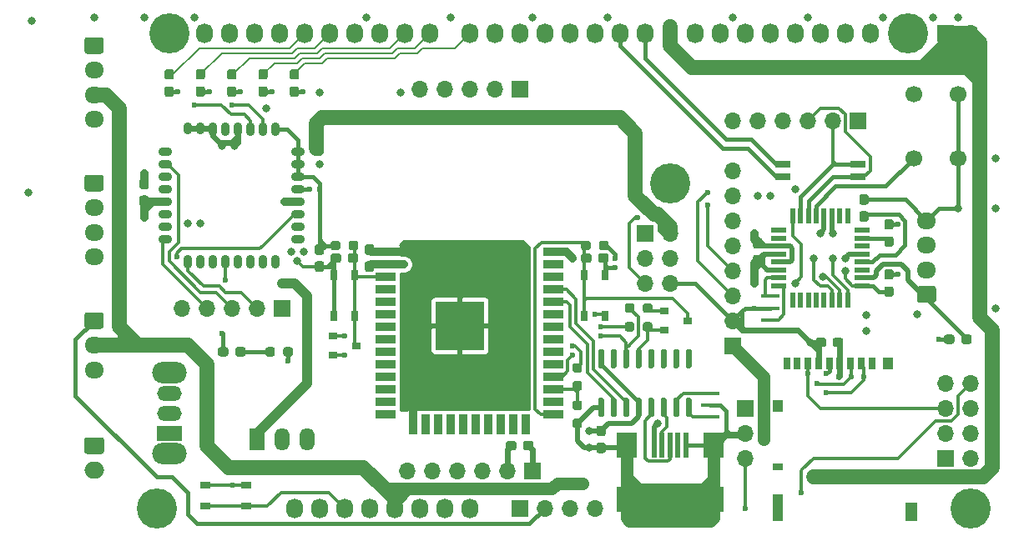
<source format=gbr>
G04 #@! TF.GenerationSoftware,KiCad,Pcbnew,(5.1.9)-1*
G04 #@! TF.CreationDate,2021-11-13T13:02:00+09:00*
G04 #@! TF.ProjectId,MainBoard2022_mega,4d61696e-426f-4617-9264-323032325f6d,rev?*
G04 #@! TF.SameCoordinates,Original*
G04 #@! TF.FileFunction,Copper,L1,Top*
G04 #@! TF.FilePolarity,Positive*
%FSLAX46Y46*%
G04 Gerber Fmt 4.6, Leading zero omitted, Abs format (unit mm)*
G04 Created by KiCad (PCBNEW (5.1.9)-1) date 2021-11-13 13:02:00*
%MOMM*%
%LPD*%
G01*
G04 APERTURE LIST*
G04 #@! TA.AperFunction,SMDPad,CuDef*
%ADD10R,1.900000X0.400000*%
G04 #@! TD*
G04 #@! TA.AperFunction,ComponentPad*
%ADD11R,1.700000X1.700000*%
G04 #@! TD*
G04 #@! TA.AperFunction,ComponentPad*
%ADD12O,1.700000X1.700000*%
G04 #@! TD*
G04 #@! TA.AperFunction,SMDPad,CuDef*
%ADD13R,5.000000X5.000000*%
G04 #@! TD*
G04 #@! TA.AperFunction,SMDPad,CuDef*
%ADD14R,2.000000X0.900000*%
G04 #@! TD*
G04 #@! TA.AperFunction,SMDPad,CuDef*
%ADD15R,0.900000X2.000000*%
G04 #@! TD*
G04 #@! TA.AperFunction,ComponentPad*
%ADD16C,1.700000*%
G04 #@! TD*
G04 #@! TA.AperFunction,SMDPad,CuDef*
%ADD17R,2.000000X2.500000*%
G04 #@! TD*
G04 #@! TA.AperFunction,SMDPad,CuDef*
%ADD18R,0.500000X2.500000*%
G04 #@! TD*
G04 #@! TA.AperFunction,ComponentPad*
%ADD19O,1.950000X1.700000*%
G04 #@! TD*
G04 #@! TA.AperFunction,ComponentPad*
%ADD20R,1.500000X2.300000*%
G04 #@! TD*
G04 #@! TA.AperFunction,ComponentPad*
%ADD21O,1.500000X2.300000*%
G04 #@! TD*
G04 #@! TA.AperFunction,SMDPad,CuDef*
%ADD22R,1.050000X0.650000*%
G04 #@! TD*
G04 #@! TA.AperFunction,SMDPad,CuDef*
%ADD23R,0.900000X0.800000*%
G04 #@! TD*
G04 #@! TA.AperFunction,SMDPad,CuDef*
%ADD24R,1.600000X0.550000*%
G04 #@! TD*
G04 #@! TA.AperFunction,SMDPad,CuDef*
%ADD25R,0.550000X1.600000*%
G04 #@! TD*
G04 #@! TA.AperFunction,SMDPad,CuDef*
%ADD26O,1.400000X0.900000*%
G04 #@! TD*
G04 #@! TA.AperFunction,SMDPad,CuDef*
%ADD27O,0.900000X1.400000*%
G04 #@! TD*
G04 #@! TA.AperFunction,SMDPad,CuDef*
%ADD28O,0.900000X1.200000*%
G04 #@! TD*
G04 #@! TA.AperFunction,SMDPad,CuDef*
%ADD29R,1.600000X0.760000*%
G04 #@! TD*
G04 #@! TA.AperFunction,SMDPad,CuDef*
%ADD30R,0.650000X1.050000*%
G04 #@! TD*
G04 #@! TA.AperFunction,ComponentPad*
%ADD31R,2.500000X1.500000*%
G04 #@! TD*
G04 #@! TA.AperFunction,ComponentPad*
%ADD32O,2.500000X1.500000*%
G04 #@! TD*
G04 #@! TA.AperFunction,ComponentPad*
%ADD33O,3.500000X2.200000*%
G04 #@! TD*
G04 #@! TA.AperFunction,SMDPad,CuDef*
%ADD34R,0.700000X1.200000*%
G04 #@! TD*
G04 #@! TA.AperFunction,SMDPad,CuDef*
%ADD35R,1.000000X1.200000*%
G04 #@! TD*
G04 #@! TA.AperFunction,SMDPad,CuDef*
%ADD36R,1.000000X0.800000*%
G04 #@! TD*
G04 #@! TA.AperFunction,SMDPad,CuDef*
%ADD37R,1.000000X2.800000*%
G04 #@! TD*
G04 #@! TA.AperFunction,SMDPad,CuDef*
%ADD38R,1.300000X1.900000*%
G04 #@! TD*
G04 #@! TA.AperFunction,ComponentPad*
%ADD39O,2.000000X1.700000*%
G04 #@! TD*
G04 #@! TA.AperFunction,ComponentPad*
%ADD40O,1.727200X2.032000*%
G04 #@! TD*
G04 #@! TA.AperFunction,ComponentPad*
%ADD41C,4.064000*%
G04 #@! TD*
G04 #@! TA.AperFunction,ViaPad*
%ADD42C,0.800000*%
G04 #@! TD*
G04 #@! TA.AperFunction,ViaPad*
%ADD43C,0.600000*%
G04 #@! TD*
G04 #@! TA.AperFunction,Conductor*
%ADD44C,0.406400*%
G04 #@! TD*
G04 #@! TA.AperFunction,Conductor*
%ADD45C,0.304800*%
G04 #@! TD*
G04 #@! TA.AperFunction,Conductor*
%ADD46C,0.508000*%
G04 #@! TD*
G04 #@! TA.AperFunction,Conductor*
%ADD47C,0.609600*%
G04 #@! TD*
G04 #@! TA.AperFunction,Conductor*
%ADD48C,0.812800*%
G04 #@! TD*
G04 #@! TA.AperFunction,Conductor*
%ADD49C,1.270000*%
G04 #@! TD*
G04 #@! TA.AperFunction,Conductor*
%ADD50C,1.524000*%
G04 #@! TD*
G04 #@! TA.AperFunction,Conductor*
%ADD51C,1.016000*%
G04 #@! TD*
G04 #@! TA.AperFunction,Conductor*
%ADD52C,0.203200*%
G04 #@! TD*
G04 #@! TA.AperFunction,Conductor*
%ADD53C,0.254000*%
G04 #@! TD*
G04 #@! TA.AperFunction,Conductor*
%ADD54C,0.100000*%
G04 #@! TD*
G04 APERTURE END LIST*
D10*
X179578000Y-100006000D03*
X179578000Y-98806000D03*
X179578000Y-97606000D03*
X173545500Y-109848500D03*
X173545500Y-108648500D03*
X173545500Y-107448500D03*
D11*
X166878000Y-91186000D03*
D12*
X169418000Y-91186000D03*
X166878000Y-93726000D03*
X169418000Y-93726000D03*
X166878000Y-96266000D03*
X169418000Y-96266000D03*
D13*
X148098000Y-100591000D03*
D14*
X140598000Y-93091000D03*
X140598000Y-94361000D03*
X140598000Y-95631000D03*
X140598000Y-96901000D03*
X140598000Y-98171000D03*
X140598000Y-99441000D03*
X140598000Y-100711000D03*
X140598000Y-101981000D03*
X140598000Y-103251000D03*
X140598000Y-104521000D03*
X140598000Y-105791000D03*
X140598000Y-107061000D03*
X140598000Y-108331000D03*
X140598000Y-109601000D03*
D15*
X143383000Y-110601000D03*
X144653000Y-110601000D03*
X145923000Y-110601000D03*
X147193000Y-110601000D03*
X148463000Y-110601000D03*
X149733000Y-110601000D03*
X151003000Y-110601000D03*
X152273000Y-110601000D03*
X153543000Y-110601000D03*
X154813000Y-110601000D03*
D14*
X157598000Y-109601000D03*
X157598000Y-108331000D03*
X157598000Y-107061000D03*
X157598000Y-105791000D03*
X157598000Y-104521000D03*
X157598000Y-103251000D03*
X157598000Y-101981000D03*
X157598000Y-100711000D03*
X157598000Y-99441000D03*
X157598000Y-98171000D03*
X157598000Y-96901000D03*
X157598000Y-95631000D03*
X157598000Y-94361000D03*
X157598000Y-93091000D03*
D16*
X198683000Y-77066000D03*
X198683000Y-83566000D03*
X194183000Y-77066000D03*
X194183000Y-83566000D03*
D17*
X165018000Y-118216000D03*
X173818000Y-118216000D03*
X165018000Y-112716000D03*
X173818000Y-112716000D03*
D18*
X167818000Y-112716000D03*
X168618000Y-112716000D03*
X169418000Y-112716000D03*
X170218000Y-112716000D03*
X171018000Y-112716000D03*
G04 #@! TA.AperFunction,SMDPad,CuDef*
G36*
G01*
X130195500Y-103488500D02*
X130195500Y-103013500D01*
G75*
G02*
X130433000Y-102776000I237500J0D01*
G01*
X130933000Y-102776000D01*
G75*
G02*
X131170500Y-103013500I0J-237500D01*
G01*
X131170500Y-103488500D01*
G75*
G02*
X130933000Y-103726000I-237500J0D01*
G01*
X130433000Y-103726000D01*
G75*
G02*
X130195500Y-103488500I0J237500D01*
G01*
G37*
G04 #@! TD.AperFunction*
G04 #@! TA.AperFunction,SMDPad,CuDef*
G36*
G01*
X128370500Y-103488500D02*
X128370500Y-103013500D01*
G75*
G02*
X128608000Y-102776000I237500J0D01*
G01*
X129108000Y-102776000D01*
G75*
G02*
X129345500Y-103013500I0J-237500D01*
G01*
X129345500Y-103488500D01*
G75*
G02*
X129108000Y-103726000I-237500J0D01*
G01*
X128608000Y-103726000D01*
G75*
G02*
X128370500Y-103488500I0J237500D01*
G01*
G37*
G04 #@! TD.AperFunction*
G04 #@! TA.AperFunction,SMDPad,CuDef*
G36*
G01*
X197228000Y-102218500D02*
X197228000Y-101743500D01*
G75*
G02*
X197465500Y-101506000I237500J0D01*
G01*
X198040500Y-101506000D01*
G75*
G02*
X198278000Y-101743500I0J-237500D01*
G01*
X198278000Y-102218500D01*
G75*
G02*
X198040500Y-102456000I-237500J0D01*
G01*
X197465500Y-102456000D01*
G75*
G02*
X197228000Y-102218500I0J237500D01*
G01*
G37*
G04 #@! TD.AperFunction*
G04 #@! TA.AperFunction,SMDPad,CuDef*
G36*
G01*
X198978000Y-102218500D02*
X198978000Y-101743500D01*
G75*
G02*
X199215500Y-101506000I237500J0D01*
G01*
X199790500Y-101506000D01*
G75*
G02*
X200028000Y-101743500I0J-237500D01*
G01*
X200028000Y-102218500D01*
G75*
G02*
X199790500Y-102456000I-237500J0D01*
G01*
X199215500Y-102456000D01*
G75*
G02*
X198978000Y-102218500I0J237500D01*
G01*
G37*
G04 #@! TD.AperFunction*
G04 #@! TA.AperFunction,SMDPad,CuDef*
G36*
G01*
X125318000Y-103488500D02*
X125318000Y-103013500D01*
G75*
G02*
X125555500Y-102776000I237500J0D01*
G01*
X126130500Y-102776000D01*
G75*
G02*
X126368000Y-103013500I0J-237500D01*
G01*
X126368000Y-103488500D01*
G75*
G02*
X126130500Y-103726000I-237500J0D01*
G01*
X125555500Y-103726000D01*
G75*
G02*
X125318000Y-103488500I0J237500D01*
G01*
G37*
G04 #@! TD.AperFunction*
G04 #@! TA.AperFunction,SMDPad,CuDef*
G36*
G01*
X123568000Y-103488500D02*
X123568000Y-103013500D01*
G75*
G02*
X123805500Y-102776000I237500J0D01*
G01*
X124380500Y-102776000D01*
G75*
G02*
X124618000Y-103013500I0J-237500D01*
G01*
X124618000Y-103488500D01*
G75*
G02*
X124380500Y-103726000I-237500J0D01*
G01*
X123805500Y-103726000D01*
G75*
G02*
X123568000Y-103488500I0J237500D01*
G01*
G37*
G04 #@! TD.AperFunction*
D11*
X155448000Y-115316000D03*
D12*
X152908000Y-115316000D03*
X150368000Y-115316000D03*
X147828000Y-115316000D03*
X145288000Y-115316000D03*
X142748000Y-115316000D03*
G04 #@! TA.AperFunction,SMDPad,CuDef*
G36*
G01*
X155578000Y-112538500D02*
X155578000Y-113013500D01*
G75*
G02*
X155340500Y-113251000I-237500J0D01*
G01*
X154740500Y-113251000D01*
G75*
G02*
X154503000Y-113013500I0J237500D01*
G01*
X154503000Y-112538500D01*
G75*
G02*
X154740500Y-112301000I237500J0D01*
G01*
X155340500Y-112301000D01*
G75*
G02*
X155578000Y-112538500I0J-237500D01*
G01*
G37*
G04 #@! TD.AperFunction*
G04 #@! TA.AperFunction,SMDPad,CuDef*
G36*
G01*
X153853000Y-112538500D02*
X153853000Y-113013500D01*
G75*
G02*
X153615500Y-113251000I-237500J0D01*
G01*
X153015500Y-113251000D01*
G75*
G02*
X152778000Y-113013500I0J237500D01*
G01*
X152778000Y-112538500D01*
G75*
G02*
X153015500Y-112301000I237500J0D01*
G01*
X153615500Y-112301000D01*
G75*
G02*
X153853000Y-112538500I0J-237500D01*
G01*
G37*
G04 #@! TD.AperFunction*
G04 #@! TA.AperFunction,ComponentPad*
G36*
G01*
X196178000Y-98266000D02*
X194728000Y-98266000D01*
G75*
G02*
X194478000Y-98016000I0J250000D01*
G01*
X194478000Y-96816000D01*
G75*
G02*
X194728000Y-96566000I250000J0D01*
G01*
X196178000Y-96566000D01*
G75*
G02*
X196428000Y-96816000I0J-250000D01*
G01*
X196428000Y-98016000D01*
G75*
G02*
X196178000Y-98266000I-250000J0D01*
G01*
G37*
G04 #@! TD.AperFunction*
D19*
X195453000Y-94916000D03*
X195453000Y-92416000D03*
X195453000Y-89916000D03*
D20*
X127508000Y-112141000D03*
D21*
X130048000Y-112141000D03*
X132588000Y-112141000D03*
D11*
X197358000Y-70866000D03*
D12*
X199898000Y-70866000D03*
D11*
X197358000Y-114046000D03*
D12*
X199898000Y-114046000D03*
X197358000Y-111506000D03*
X199898000Y-111506000D03*
X197358000Y-108966000D03*
X199898000Y-108966000D03*
X197358000Y-106426000D03*
X199898000Y-106426000D03*
D11*
X154178000Y-119126000D03*
D12*
X156718000Y-119126000D03*
X159258000Y-119126000D03*
X161798000Y-119126000D03*
D22*
X126408000Y-118931000D03*
X122258000Y-118931000D03*
X126408000Y-116781000D03*
X122258000Y-116781000D03*
D23*
X135198000Y-101666000D03*
X135198000Y-103566000D03*
X137598000Y-102616000D03*
X168853000Y-99126000D03*
X168853000Y-101026000D03*
X171253000Y-100076000D03*
D24*
X180408000Y-90926000D03*
X180408000Y-91726000D03*
X180408000Y-92526000D03*
X180408000Y-93326000D03*
X180408000Y-94126000D03*
X180408000Y-94926000D03*
X180408000Y-95726000D03*
X180408000Y-96526000D03*
D25*
X181858000Y-97976000D03*
X182658000Y-97976000D03*
X183458000Y-97976000D03*
X184258000Y-97976000D03*
X185058000Y-97976000D03*
X185858000Y-97976000D03*
X186658000Y-97976000D03*
X187458000Y-97976000D03*
D24*
X188908000Y-96526000D03*
X188908000Y-95726000D03*
X188908000Y-94926000D03*
X188908000Y-94126000D03*
X188908000Y-93326000D03*
X188908000Y-92526000D03*
X188908000Y-91726000D03*
X188908000Y-90926000D03*
D25*
X187458000Y-89476000D03*
X186658000Y-89476000D03*
X185858000Y-89476000D03*
X185058000Y-89476000D03*
X184258000Y-89476000D03*
X183458000Y-89476000D03*
X182658000Y-89476000D03*
X181858000Y-89476000D03*
D26*
X118233000Y-82931000D03*
X118233000Y-84201000D03*
X118233000Y-85471000D03*
X118233000Y-86741000D03*
X118233000Y-88011000D03*
X118233000Y-89281000D03*
X118233000Y-90551000D03*
X118233000Y-91821000D03*
D27*
X120523000Y-94111000D03*
X121793000Y-94111000D03*
X123063000Y-94111000D03*
X124333000Y-94111000D03*
X125603000Y-94111000D03*
X126873000Y-94111000D03*
X128143000Y-94111000D03*
X129413000Y-94111000D03*
D26*
X131703000Y-91821000D03*
X131703000Y-90551000D03*
X131703000Y-89281000D03*
X131703000Y-88011000D03*
X131703000Y-86741000D03*
X131703000Y-85471000D03*
X131703000Y-84201000D03*
X131703000Y-82931000D03*
D27*
X129413000Y-80641000D03*
X128143000Y-80641000D03*
X126873000Y-80641000D03*
X125603000Y-80641000D03*
X124333000Y-80641000D03*
X123063000Y-80641000D03*
D28*
X121793000Y-80541000D03*
X120523000Y-80541000D03*
G04 #@! TA.AperFunction,SMDPad,CuDef*
G36*
G01*
X162583000Y-109876000D02*
X162283000Y-109876000D01*
G75*
G02*
X162133000Y-109726000I0J150000D01*
G01*
X162133000Y-108076000D01*
G75*
G02*
X162283000Y-107926000I150000J0D01*
G01*
X162583000Y-107926000D01*
G75*
G02*
X162733000Y-108076000I0J-150000D01*
G01*
X162733000Y-109726000D01*
G75*
G02*
X162583000Y-109876000I-150000J0D01*
G01*
G37*
G04 #@! TD.AperFunction*
G04 #@! TA.AperFunction,SMDPad,CuDef*
G36*
G01*
X163853000Y-109876000D02*
X163553000Y-109876000D01*
G75*
G02*
X163403000Y-109726000I0J150000D01*
G01*
X163403000Y-108076000D01*
G75*
G02*
X163553000Y-107926000I150000J0D01*
G01*
X163853000Y-107926000D01*
G75*
G02*
X164003000Y-108076000I0J-150000D01*
G01*
X164003000Y-109726000D01*
G75*
G02*
X163853000Y-109876000I-150000J0D01*
G01*
G37*
G04 #@! TD.AperFunction*
G04 #@! TA.AperFunction,SMDPad,CuDef*
G36*
G01*
X165123000Y-109876000D02*
X164823000Y-109876000D01*
G75*
G02*
X164673000Y-109726000I0J150000D01*
G01*
X164673000Y-108076000D01*
G75*
G02*
X164823000Y-107926000I150000J0D01*
G01*
X165123000Y-107926000D01*
G75*
G02*
X165273000Y-108076000I0J-150000D01*
G01*
X165273000Y-109726000D01*
G75*
G02*
X165123000Y-109876000I-150000J0D01*
G01*
G37*
G04 #@! TD.AperFunction*
G04 #@! TA.AperFunction,SMDPad,CuDef*
G36*
G01*
X166393000Y-109876000D02*
X166093000Y-109876000D01*
G75*
G02*
X165943000Y-109726000I0J150000D01*
G01*
X165943000Y-108076000D01*
G75*
G02*
X166093000Y-107926000I150000J0D01*
G01*
X166393000Y-107926000D01*
G75*
G02*
X166543000Y-108076000I0J-150000D01*
G01*
X166543000Y-109726000D01*
G75*
G02*
X166393000Y-109876000I-150000J0D01*
G01*
G37*
G04 #@! TD.AperFunction*
G04 #@! TA.AperFunction,SMDPad,CuDef*
G36*
G01*
X167663000Y-109876000D02*
X167363000Y-109876000D01*
G75*
G02*
X167213000Y-109726000I0J150000D01*
G01*
X167213000Y-108076000D01*
G75*
G02*
X167363000Y-107926000I150000J0D01*
G01*
X167663000Y-107926000D01*
G75*
G02*
X167813000Y-108076000I0J-150000D01*
G01*
X167813000Y-109726000D01*
G75*
G02*
X167663000Y-109876000I-150000J0D01*
G01*
G37*
G04 #@! TD.AperFunction*
G04 #@! TA.AperFunction,SMDPad,CuDef*
G36*
G01*
X168933000Y-109876000D02*
X168633000Y-109876000D01*
G75*
G02*
X168483000Y-109726000I0J150000D01*
G01*
X168483000Y-108076000D01*
G75*
G02*
X168633000Y-107926000I150000J0D01*
G01*
X168933000Y-107926000D01*
G75*
G02*
X169083000Y-108076000I0J-150000D01*
G01*
X169083000Y-109726000D01*
G75*
G02*
X168933000Y-109876000I-150000J0D01*
G01*
G37*
G04 #@! TD.AperFunction*
G04 #@! TA.AperFunction,SMDPad,CuDef*
G36*
G01*
X170203000Y-109876000D02*
X169903000Y-109876000D01*
G75*
G02*
X169753000Y-109726000I0J150000D01*
G01*
X169753000Y-108076000D01*
G75*
G02*
X169903000Y-107926000I150000J0D01*
G01*
X170203000Y-107926000D01*
G75*
G02*
X170353000Y-108076000I0J-150000D01*
G01*
X170353000Y-109726000D01*
G75*
G02*
X170203000Y-109876000I-150000J0D01*
G01*
G37*
G04 #@! TD.AperFunction*
G04 #@! TA.AperFunction,SMDPad,CuDef*
G36*
G01*
X171473000Y-109876000D02*
X171173000Y-109876000D01*
G75*
G02*
X171023000Y-109726000I0J150000D01*
G01*
X171023000Y-108076000D01*
G75*
G02*
X171173000Y-107926000I150000J0D01*
G01*
X171473000Y-107926000D01*
G75*
G02*
X171623000Y-108076000I0J-150000D01*
G01*
X171623000Y-109726000D01*
G75*
G02*
X171473000Y-109876000I-150000J0D01*
G01*
G37*
G04 #@! TD.AperFunction*
G04 #@! TA.AperFunction,SMDPad,CuDef*
G36*
G01*
X171473000Y-104926000D02*
X171173000Y-104926000D01*
G75*
G02*
X171023000Y-104776000I0J150000D01*
G01*
X171023000Y-103126000D01*
G75*
G02*
X171173000Y-102976000I150000J0D01*
G01*
X171473000Y-102976000D01*
G75*
G02*
X171623000Y-103126000I0J-150000D01*
G01*
X171623000Y-104776000D01*
G75*
G02*
X171473000Y-104926000I-150000J0D01*
G01*
G37*
G04 #@! TD.AperFunction*
G04 #@! TA.AperFunction,SMDPad,CuDef*
G36*
G01*
X170203000Y-104926000D02*
X169903000Y-104926000D01*
G75*
G02*
X169753000Y-104776000I0J150000D01*
G01*
X169753000Y-103126000D01*
G75*
G02*
X169903000Y-102976000I150000J0D01*
G01*
X170203000Y-102976000D01*
G75*
G02*
X170353000Y-103126000I0J-150000D01*
G01*
X170353000Y-104776000D01*
G75*
G02*
X170203000Y-104926000I-150000J0D01*
G01*
G37*
G04 #@! TD.AperFunction*
G04 #@! TA.AperFunction,SMDPad,CuDef*
G36*
G01*
X168933000Y-104926000D02*
X168633000Y-104926000D01*
G75*
G02*
X168483000Y-104776000I0J150000D01*
G01*
X168483000Y-103126000D01*
G75*
G02*
X168633000Y-102976000I150000J0D01*
G01*
X168933000Y-102976000D01*
G75*
G02*
X169083000Y-103126000I0J-150000D01*
G01*
X169083000Y-104776000D01*
G75*
G02*
X168933000Y-104926000I-150000J0D01*
G01*
G37*
G04 #@! TD.AperFunction*
G04 #@! TA.AperFunction,SMDPad,CuDef*
G36*
G01*
X167663000Y-104926000D02*
X167363000Y-104926000D01*
G75*
G02*
X167213000Y-104776000I0J150000D01*
G01*
X167213000Y-103126000D01*
G75*
G02*
X167363000Y-102976000I150000J0D01*
G01*
X167663000Y-102976000D01*
G75*
G02*
X167813000Y-103126000I0J-150000D01*
G01*
X167813000Y-104776000D01*
G75*
G02*
X167663000Y-104926000I-150000J0D01*
G01*
G37*
G04 #@! TD.AperFunction*
G04 #@! TA.AperFunction,SMDPad,CuDef*
G36*
G01*
X166393000Y-104926000D02*
X166093000Y-104926000D01*
G75*
G02*
X165943000Y-104776000I0J150000D01*
G01*
X165943000Y-103126000D01*
G75*
G02*
X166093000Y-102976000I150000J0D01*
G01*
X166393000Y-102976000D01*
G75*
G02*
X166543000Y-103126000I0J-150000D01*
G01*
X166543000Y-104776000D01*
G75*
G02*
X166393000Y-104926000I-150000J0D01*
G01*
G37*
G04 #@! TD.AperFunction*
G04 #@! TA.AperFunction,SMDPad,CuDef*
G36*
G01*
X165123000Y-104926000D02*
X164823000Y-104926000D01*
G75*
G02*
X164673000Y-104776000I0J150000D01*
G01*
X164673000Y-103126000D01*
G75*
G02*
X164823000Y-102976000I150000J0D01*
G01*
X165123000Y-102976000D01*
G75*
G02*
X165273000Y-103126000I0J-150000D01*
G01*
X165273000Y-104776000D01*
G75*
G02*
X165123000Y-104926000I-150000J0D01*
G01*
G37*
G04 #@! TD.AperFunction*
G04 #@! TA.AperFunction,SMDPad,CuDef*
G36*
G01*
X163853000Y-104926000D02*
X163553000Y-104926000D01*
G75*
G02*
X163403000Y-104776000I0J150000D01*
G01*
X163403000Y-103126000D01*
G75*
G02*
X163553000Y-102976000I150000J0D01*
G01*
X163853000Y-102976000D01*
G75*
G02*
X164003000Y-103126000I0J-150000D01*
G01*
X164003000Y-104776000D01*
G75*
G02*
X163853000Y-104926000I-150000J0D01*
G01*
G37*
G04 #@! TD.AperFunction*
G04 #@! TA.AperFunction,SMDPad,CuDef*
G36*
G01*
X162583000Y-104926000D02*
X162283000Y-104926000D01*
G75*
G02*
X162133000Y-104776000I0J150000D01*
G01*
X162133000Y-103126000D01*
G75*
G02*
X162283000Y-102976000I150000J0D01*
G01*
X162583000Y-102976000D01*
G75*
G02*
X162733000Y-103126000I0J-150000D01*
G01*
X162733000Y-104776000D01*
G75*
G02*
X162583000Y-104926000I-150000J0D01*
G01*
G37*
G04 #@! TD.AperFunction*
D11*
X177038000Y-108966000D03*
D12*
X177038000Y-111506000D03*
X177038000Y-114046000D03*
D29*
X188468000Y-85471000D03*
X180848000Y-84201000D03*
X188468000Y-84201000D03*
X180848000Y-85471000D03*
D30*
X135323000Y-99611000D03*
X135323000Y-95461000D03*
X137473000Y-99611000D03*
X137473000Y-95461000D03*
X160723000Y-99611000D03*
X160723000Y-95461000D03*
X162873000Y-99611000D03*
X162873000Y-95461000D03*
D31*
X118618000Y-111506000D03*
D32*
X118618000Y-109506000D03*
X118618000Y-107506000D03*
D33*
X118618000Y-113606000D03*
X118618000Y-105406000D03*
G04 #@! TA.AperFunction,SMDPad,CuDef*
G36*
G01*
X163198000Y-92218500D02*
X163198000Y-92693500D01*
G75*
G02*
X162960500Y-92931000I-237500J0D01*
G01*
X162460500Y-92931000D01*
G75*
G02*
X162223000Y-92693500I0J237500D01*
G01*
X162223000Y-92218500D01*
G75*
G02*
X162460500Y-91981000I237500J0D01*
G01*
X162960500Y-91981000D01*
G75*
G02*
X163198000Y-92218500I0J-237500D01*
G01*
G37*
G04 #@! TD.AperFunction*
G04 #@! TA.AperFunction,SMDPad,CuDef*
G36*
G01*
X161373000Y-92218500D02*
X161373000Y-92693500D01*
G75*
G02*
X161135500Y-92931000I-237500J0D01*
G01*
X160635500Y-92931000D01*
G75*
G02*
X160398000Y-92693500I0J237500D01*
G01*
X160398000Y-92218500D01*
G75*
G02*
X160635500Y-91981000I237500J0D01*
G01*
X161135500Y-91981000D01*
G75*
G02*
X161373000Y-92218500I0J-237500D01*
G01*
G37*
G04 #@! TD.AperFunction*
G04 #@! TA.AperFunction,SMDPad,CuDef*
G36*
G01*
X159782500Y-104391000D02*
X160257500Y-104391000D01*
G75*
G02*
X160495000Y-104628500I0J-237500D01*
G01*
X160495000Y-105128500D01*
G75*
G02*
X160257500Y-105366000I-237500J0D01*
G01*
X159782500Y-105366000D01*
G75*
G02*
X159545000Y-105128500I0J237500D01*
G01*
X159545000Y-104628500D01*
G75*
G02*
X159782500Y-104391000I237500J0D01*
G01*
G37*
G04 #@! TD.AperFunction*
G04 #@! TA.AperFunction,SMDPad,CuDef*
G36*
G01*
X159782500Y-106216000D02*
X160257500Y-106216000D01*
G75*
G02*
X160495000Y-106453500I0J-237500D01*
G01*
X160495000Y-106953500D01*
G75*
G02*
X160257500Y-107191000I-237500J0D01*
G01*
X159782500Y-107191000D01*
G75*
G02*
X159545000Y-106953500I0J237500D01*
G01*
X159545000Y-106453500D01*
G75*
G02*
X159782500Y-106216000I237500J0D01*
G01*
G37*
G04 #@! TD.AperFunction*
G04 #@! TA.AperFunction,SMDPad,CuDef*
G36*
G01*
X159782500Y-108201000D02*
X160257500Y-108201000D01*
G75*
G02*
X160495000Y-108438500I0J-237500D01*
G01*
X160495000Y-108938500D01*
G75*
G02*
X160257500Y-109176000I-237500J0D01*
G01*
X159782500Y-109176000D01*
G75*
G02*
X159545000Y-108938500I0J237500D01*
G01*
X159545000Y-108438500D01*
G75*
G02*
X159782500Y-108201000I237500J0D01*
G01*
G37*
G04 #@! TD.AperFunction*
G04 #@! TA.AperFunction,SMDPad,CuDef*
G36*
G01*
X159782500Y-110026000D02*
X160257500Y-110026000D01*
G75*
G02*
X160495000Y-110263500I0J-237500D01*
G01*
X160495000Y-110763500D01*
G75*
G02*
X160257500Y-111001000I-237500J0D01*
G01*
X159782500Y-111001000D01*
G75*
G02*
X159545000Y-110763500I0J237500D01*
G01*
X159545000Y-110263500D01*
G75*
G02*
X159782500Y-110026000I237500J0D01*
G01*
G37*
G04 #@! TD.AperFunction*
G04 #@! TA.AperFunction,SMDPad,CuDef*
G36*
G01*
X134998000Y-92693500D02*
X134998000Y-92218500D01*
G75*
G02*
X135235500Y-91981000I237500J0D01*
G01*
X135735500Y-91981000D01*
G75*
G02*
X135973000Y-92218500I0J-237500D01*
G01*
X135973000Y-92693500D01*
G75*
G02*
X135735500Y-92931000I-237500J0D01*
G01*
X135235500Y-92931000D01*
G75*
G02*
X134998000Y-92693500I0J237500D01*
G01*
G37*
G04 #@! TD.AperFunction*
G04 #@! TA.AperFunction,SMDPad,CuDef*
G36*
G01*
X136823000Y-92693500D02*
X136823000Y-92218500D01*
G75*
G02*
X137060500Y-91981000I237500J0D01*
G01*
X137560500Y-91981000D01*
G75*
G02*
X137798000Y-92218500I0J-237500D01*
G01*
X137798000Y-92693500D01*
G75*
G02*
X137560500Y-92931000I-237500J0D01*
G01*
X137060500Y-92931000D01*
G75*
G02*
X136823000Y-92693500I0J237500D01*
G01*
G37*
G04 #@! TD.AperFunction*
G04 #@! TA.AperFunction,SMDPad,CuDef*
G36*
G01*
X164843000Y-100948500D02*
X164843000Y-100473500D01*
G75*
G02*
X165080500Y-100236000I237500J0D01*
G01*
X165580500Y-100236000D01*
G75*
G02*
X165818000Y-100473500I0J-237500D01*
G01*
X165818000Y-100948500D01*
G75*
G02*
X165580500Y-101186000I-237500J0D01*
G01*
X165080500Y-101186000D01*
G75*
G02*
X164843000Y-100948500I0J237500D01*
G01*
G37*
G04 #@! TD.AperFunction*
G04 #@! TA.AperFunction,SMDPad,CuDef*
G36*
G01*
X166668000Y-100948500D02*
X166668000Y-100473500D01*
G75*
G02*
X166905500Y-100236000I237500J0D01*
G01*
X167405500Y-100236000D01*
G75*
G02*
X167643000Y-100473500I0J-237500D01*
G01*
X167643000Y-100948500D01*
G75*
G02*
X167405500Y-101186000I-237500J0D01*
G01*
X166905500Y-101186000D01*
G75*
G02*
X166668000Y-100948500I0J237500D01*
G01*
G37*
G04 #@! TD.AperFunction*
G04 #@! TA.AperFunction,SMDPad,CuDef*
G36*
G01*
X167643000Y-98568500D02*
X167643000Y-99043500D01*
G75*
G02*
X167405500Y-99281000I-237500J0D01*
G01*
X166905500Y-99281000D01*
G75*
G02*
X166668000Y-99043500I0J237500D01*
G01*
X166668000Y-98568500D01*
G75*
G02*
X166905500Y-98331000I237500J0D01*
G01*
X167405500Y-98331000D01*
G75*
G02*
X167643000Y-98568500I0J-237500D01*
G01*
G37*
G04 #@! TD.AperFunction*
G04 #@! TA.AperFunction,SMDPad,CuDef*
G36*
G01*
X165818000Y-98568500D02*
X165818000Y-99043500D01*
G75*
G02*
X165580500Y-99281000I-237500J0D01*
G01*
X165080500Y-99281000D01*
G75*
G02*
X164843000Y-99043500I0J237500D01*
G01*
X164843000Y-98568500D01*
G75*
G02*
X165080500Y-98331000I237500J0D01*
G01*
X165580500Y-98331000D01*
G75*
G02*
X165818000Y-98568500I0J-237500D01*
G01*
G37*
G04 #@! TD.AperFunction*
D34*
X181323000Y-104416000D03*
X182273000Y-104416000D03*
X189973000Y-104416000D03*
X188873000Y-104416000D03*
X187773000Y-104416000D03*
X186673000Y-104416000D03*
X185573000Y-104416000D03*
X184473000Y-104416000D03*
X183373000Y-104416000D03*
D35*
X191523000Y-104416000D03*
X180373000Y-108716000D03*
D36*
X180373000Y-114916000D03*
D37*
X180373000Y-119066000D03*
D38*
X193873000Y-119516000D03*
G04 #@! TA.AperFunction,ComponentPad*
G36*
G01*
X110273000Y-71286000D02*
X111723000Y-71286000D01*
G75*
G02*
X111973000Y-71536000I0J-250000D01*
G01*
X111973000Y-72736000D01*
G75*
G02*
X111723000Y-72986000I-250000J0D01*
G01*
X110273000Y-72986000D01*
G75*
G02*
X110023000Y-72736000I0J250000D01*
G01*
X110023000Y-71536000D01*
G75*
G02*
X110273000Y-71286000I250000J0D01*
G01*
G37*
G04 #@! TD.AperFunction*
D19*
X110998000Y-74636000D03*
X110998000Y-77136000D03*
X110998000Y-79636000D03*
X110998000Y-105076000D03*
X110998000Y-102576000D03*
G04 #@! TA.AperFunction,ComponentPad*
G36*
G01*
X110273000Y-99226000D02*
X111723000Y-99226000D01*
G75*
G02*
X111973000Y-99476000I0J-250000D01*
G01*
X111973000Y-100676000D01*
G75*
G02*
X111723000Y-100926000I-250000J0D01*
G01*
X110273000Y-100926000D01*
G75*
G02*
X110023000Y-100676000I0J250000D01*
G01*
X110023000Y-99476000D01*
G75*
G02*
X110273000Y-99226000I250000J0D01*
G01*
G37*
G04 #@! TD.AperFunction*
D11*
X175768000Y-102616000D03*
D12*
X175768000Y-100076000D03*
X175768000Y-97536000D03*
X175768000Y-94996000D03*
X175768000Y-92456000D03*
X175768000Y-89916000D03*
X175768000Y-87376000D03*
X175768000Y-84836000D03*
D11*
X130048000Y-98806000D03*
D12*
X127508000Y-98806000D03*
X124968000Y-98806000D03*
X122428000Y-98806000D03*
X119888000Y-98806000D03*
D11*
X154178000Y-76581000D03*
D12*
X151638000Y-76581000D03*
X149098000Y-76581000D03*
X146558000Y-76581000D03*
X144018000Y-76581000D03*
D11*
X188468000Y-79756000D03*
D12*
X185928000Y-79756000D03*
X183388000Y-79756000D03*
X180848000Y-79756000D03*
X178308000Y-79756000D03*
X175768000Y-79756000D03*
G04 #@! TA.AperFunction,ComponentPad*
G36*
G01*
X110273000Y-85256000D02*
X111723000Y-85256000D01*
G75*
G02*
X111973000Y-85506000I0J-250000D01*
G01*
X111973000Y-86706000D01*
G75*
G02*
X111723000Y-86956000I-250000J0D01*
G01*
X110273000Y-86956000D01*
G75*
G02*
X110023000Y-86706000I0J250000D01*
G01*
X110023000Y-85506000D01*
G75*
G02*
X110273000Y-85256000I250000J0D01*
G01*
G37*
G04 #@! TD.AperFunction*
D19*
X110998000Y-88606000D03*
X110998000Y-91106000D03*
X110998000Y-93606000D03*
G04 #@! TA.AperFunction,ComponentPad*
G36*
G01*
X110248000Y-111926000D02*
X111748000Y-111926000D01*
G75*
G02*
X111998000Y-112176000I0J-250000D01*
G01*
X111998000Y-113376000D01*
G75*
G02*
X111748000Y-113626000I-250000J0D01*
G01*
X110248000Y-113626000D01*
G75*
G02*
X109998000Y-113376000I0J250000D01*
G01*
X109998000Y-112176000D01*
G75*
G02*
X110248000Y-111926000I250000J0D01*
G01*
G37*
G04 #@! TD.AperFunction*
D39*
X110998000Y-115276000D03*
G04 #@! TA.AperFunction,SMDPad,CuDef*
G36*
G01*
X122030500Y-77346000D02*
X121555500Y-77346000D01*
G75*
G02*
X121318000Y-77108500I0J237500D01*
G01*
X121318000Y-76533500D01*
G75*
G02*
X121555500Y-76296000I237500J0D01*
G01*
X122030500Y-76296000D01*
G75*
G02*
X122268000Y-76533500I0J-237500D01*
G01*
X122268000Y-77108500D01*
G75*
G02*
X122030500Y-77346000I-237500J0D01*
G01*
G37*
G04 #@! TD.AperFunction*
G04 #@! TA.AperFunction,SMDPad,CuDef*
G36*
G01*
X122030500Y-75596000D02*
X121555500Y-75596000D01*
G75*
G02*
X121318000Y-75358500I0J237500D01*
G01*
X121318000Y-74783500D01*
G75*
G02*
X121555500Y-74546000I237500J0D01*
G01*
X122030500Y-74546000D01*
G75*
G02*
X122268000Y-74783500I0J-237500D01*
G01*
X122268000Y-75358500D01*
G75*
G02*
X122030500Y-75596000I-237500J0D01*
G01*
G37*
G04 #@! TD.AperFunction*
G04 #@! TA.AperFunction,SMDPad,CuDef*
G36*
G01*
X125205500Y-77346000D02*
X124730500Y-77346000D01*
G75*
G02*
X124493000Y-77108500I0J237500D01*
G01*
X124493000Y-76533500D01*
G75*
G02*
X124730500Y-76296000I237500J0D01*
G01*
X125205500Y-76296000D01*
G75*
G02*
X125443000Y-76533500I0J-237500D01*
G01*
X125443000Y-77108500D01*
G75*
G02*
X125205500Y-77346000I-237500J0D01*
G01*
G37*
G04 #@! TD.AperFunction*
G04 #@! TA.AperFunction,SMDPad,CuDef*
G36*
G01*
X125205500Y-75596000D02*
X124730500Y-75596000D01*
G75*
G02*
X124493000Y-75358500I0J237500D01*
G01*
X124493000Y-74783500D01*
G75*
G02*
X124730500Y-74546000I237500J0D01*
G01*
X125205500Y-74546000D01*
G75*
G02*
X125443000Y-74783500I0J-237500D01*
G01*
X125443000Y-75358500D01*
G75*
G02*
X125205500Y-75596000I-237500J0D01*
G01*
G37*
G04 #@! TD.AperFunction*
G04 #@! TA.AperFunction,SMDPad,CuDef*
G36*
G01*
X128380500Y-77346000D02*
X127905500Y-77346000D01*
G75*
G02*
X127668000Y-77108500I0J237500D01*
G01*
X127668000Y-76533500D01*
G75*
G02*
X127905500Y-76296000I237500J0D01*
G01*
X128380500Y-76296000D01*
G75*
G02*
X128618000Y-76533500I0J-237500D01*
G01*
X128618000Y-77108500D01*
G75*
G02*
X128380500Y-77346000I-237500J0D01*
G01*
G37*
G04 #@! TD.AperFunction*
G04 #@! TA.AperFunction,SMDPad,CuDef*
G36*
G01*
X128380500Y-75596000D02*
X127905500Y-75596000D01*
G75*
G02*
X127668000Y-75358500I0J237500D01*
G01*
X127668000Y-74783500D01*
G75*
G02*
X127905500Y-74546000I237500J0D01*
G01*
X128380500Y-74546000D01*
G75*
G02*
X128618000Y-74783500I0J-237500D01*
G01*
X128618000Y-75358500D01*
G75*
G02*
X128380500Y-75596000I-237500J0D01*
G01*
G37*
G04 #@! TD.AperFunction*
G04 #@! TA.AperFunction,SMDPad,CuDef*
G36*
G01*
X131555500Y-77346000D02*
X131080500Y-77346000D01*
G75*
G02*
X130843000Y-77108500I0J237500D01*
G01*
X130843000Y-76533500D01*
G75*
G02*
X131080500Y-76296000I237500J0D01*
G01*
X131555500Y-76296000D01*
G75*
G02*
X131793000Y-76533500I0J-237500D01*
G01*
X131793000Y-77108500D01*
G75*
G02*
X131555500Y-77346000I-237500J0D01*
G01*
G37*
G04 #@! TD.AperFunction*
G04 #@! TA.AperFunction,SMDPad,CuDef*
G36*
G01*
X131555500Y-75596000D02*
X131080500Y-75596000D01*
G75*
G02*
X130843000Y-75358500I0J237500D01*
G01*
X130843000Y-74783500D01*
G75*
G02*
X131080500Y-74546000I237500J0D01*
G01*
X131555500Y-74546000D01*
G75*
G02*
X131793000Y-74783500I0J-237500D01*
G01*
X131793000Y-75358500D01*
G75*
G02*
X131555500Y-75596000I-237500J0D01*
G01*
G37*
G04 #@! TD.AperFunction*
G04 #@! TA.AperFunction,SMDPad,CuDef*
G36*
G01*
X118855500Y-77346000D02*
X118380500Y-77346000D01*
G75*
G02*
X118143000Y-77108500I0J237500D01*
G01*
X118143000Y-76533500D01*
G75*
G02*
X118380500Y-76296000I237500J0D01*
G01*
X118855500Y-76296000D01*
G75*
G02*
X119093000Y-76533500I0J-237500D01*
G01*
X119093000Y-77108500D01*
G75*
G02*
X118855500Y-77346000I-237500J0D01*
G01*
G37*
G04 #@! TD.AperFunction*
G04 #@! TA.AperFunction,SMDPad,CuDef*
G36*
G01*
X118855500Y-75596000D02*
X118380500Y-75596000D01*
G75*
G02*
X118143000Y-75358500I0J237500D01*
G01*
X118143000Y-74783500D01*
G75*
G02*
X118380500Y-74546000I237500J0D01*
G01*
X118855500Y-74546000D01*
G75*
G02*
X119093000Y-74783500I0J-237500D01*
G01*
X119093000Y-75358500D01*
G75*
G02*
X118855500Y-75596000I-237500J0D01*
G01*
G37*
G04 #@! TD.AperFunction*
G04 #@! TA.AperFunction,SMDPad,CuDef*
G36*
G01*
X191405500Y-89786000D02*
X191880500Y-89786000D01*
G75*
G02*
X192118000Y-90023500I0J-237500D01*
G01*
X192118000Y-90598500D01*
G75*
G02*
X191880500Y-90836000I-237500J0D01*
G01*
X191405500Y-90836000D01*
G75*
G02*
X191168000Y-90598500I0J237500D01*
G01*
X191168000Y-90023500D01*
G75*
G02*
X191405500Y-89786000I237500J0D01*
G01*
G37*
G04 #@! TD.AperFunction*
G04 #@! TA.AperFunction,SMDPad,CuDef*
G36*
G01*
X191405500Y-91536000D02*
X191880500Y-91536000D01*
G75*
G02*
X192118000Y-91773500I0J-237500D01*
G01*
X192118000Y-92348500D01*
G75*
G02*
X191880500Y-92586000I-237500J0D01*
G01*
X191405500Y-92586000D01*
G75*
G02*
X191168000Y-92348500I0J237500D01*
G01*
X191168000Y-91773500D01*
G75*
G02*
X191405500Y-91536000I237500J0D01*
G01*
G37*
G04 #@! TD.AperFunction*
G04 #@! TA.AperFunction,SMDPad,CuDef*
G36*
G01*
X191405500Y-94866000D02*
X191880500Y-94866000D01*
G75*
G02*
X192118000Y-95103500I0J-237500D01*
G01*
X192118000Y-95678500D01*
G75*
G02*
X191880500Y-95916000I-237500J0D01*
G01*
X191405500Y-95916000D01*
G75*
G02*
X191168000Y-95678500I0J237500D01*
G01*
X191168000Y-95103500D01*
G75*
G02*
X191405500Y-94866000I237500J0D01*
G01*
G37*
G04 #@! TD.AperFunction*
G04 #@! TA.AperFunction,SMDPad,CuDef*
G36*
G01*
X191405500Y-96616000D02*
X191880500Y-96616000D01*
G75*
G02*
X192118000Y-96853500I0J-237500D01*
G01*
X192118000Y-97428500D01*
G75*
G02*
X191880500Y-97666000I-237500J0D01*
G01*
X191405500Y-97666000D01*
G75*
G02*
X191168000Y-97428500I0J237500D01*
G01*
X191168000Y-96853500D01*
G75*
G02*
X191405500Y-96616000I237500J0D01*
G01*
G37*
G04 #@! TD.AperFunction*
G04 #@! TA.AperFunction,SMDPad,CuDef*
G36*
G01*
X178070500Y-91691000D02*
X178545500Y-91691000D01*
G75*
G02*
X178783000Y-91928500I0J-237500D01*
G01*
X178783000Y-92528500D01*
G75*
G02*
X178545500Y-92766000I-237500J0D01*
G01*
X178070500Y-92766000D01*
G75*
G02*
X177833000Y-92528500I0J237500D01*
G01*
X177833000Y-91928500D01*
G75*
G02*
X178070500Y-91691000I237500J0D01*
G01*
G37*
G04 #@! TD.AperFunction*
G04 #@! TA.AperFunction,SMDPad,CuDef*
G36*
G01*
X178070500Y-93416000D02*
X178545500Y-93416000D01*
G75*
G02*
X178783000Y-93653500I0J-237500D01*
G01*
X178783000Y-94253500D01*
G75*
G02*
X178545500Y-94491000I-237500J0D01*
G01*
X178070500Y-94491000D01*
G75*
G02*
X177833000Y-94253500I0J237500D01*
G01*
X177833000Y-93653500D01*
G75*
G02*
X178070500Y-93416000I237500J0D01*
G01*
G37*
G04 #@! TD.AperFunction*
G04 #@! TA.AperFunction,SMDPad,CuDef*
G36*
G01*
X187010500Y-102061000D02*
X187010500Y-102536000D01*
G75*
G02*
X186773000Y-102773500I-237500J0D01*
G01*
X186173000Y-102773500D01*
G75*
G02*
X185935500Y-102536000I0J237500D01*
G01*
X185935500Y-102061000D01*
G75*
G02*
X186173000Y-101823500I237500J0D01*
G01*
X186773000Y-101823500D01*
G75*
G02*
X187010500Y-102061000I0J-237500D01*
G01*
G37*
G04 #@! TD.AperFunction*
G04 #@! TA.AperFunction,SMDPad,CuDef*
G36*
G01*
X185285500Y-102061000D02*
X185285500Y-102536000D01*
G75*
G02*
X185048000Y-102773500I-237500J0D01*
G01*
X184448000Y-102773500D01*
G75*
G02*
X184210500Y-102536000I0J237500D01*
G01*
X184210500Y-102061000D01*
G75*
G02*
X184448000Y-101823500I237500J0D01*
G01*
X185048000Y-101823500D01*
G75*
G02*
X185285500Y-102061000I0J-237500D01*
G01*
G37*
G04 #@! TD.AperFunction*
G04 #@! TA.AperFunction,SMDPad,CuDef*
G36*
G01*
X188865500Y-87246000D02*
X189340500Y-87246000D01*
G75*
G02*
X189578000Y-87483500I0J-237500D01*
G01*
X189578000Y-88083500D01*
G75*
G02*
X189340500Y-88321000I-237500J0D01*
G01*
X188865500Y-88321000D01*
G75*
G02*
X188628000Y-88083500I0J237500D01*
G01*
X188628000Y-87483500D01*
G75*
G02*
X188865500Y-87246000I237500J0D01*
G01*
G37*
G04 #@! TD.AperFunction*
G04 #@! TA.AperFunction,SMDPad,CuDef*
G36*
G01*
X188865500Y-88971000D02*
X189340500Y-88971000D01*
G75*
G02*
X189578000Y-89208500I0J-237500D01*
G01*
X189578000Y-89808500D01*
G75*
G02*
X189340500Y-90046000I-237500J0D01*
G01*
X188865500Y-90046000D01*
G75*
G02*
X188628000Y-89808500I0J237500D01*
G01*
X188628000Y-89208500D01*
G75*
G02*
X188865500Y-88971000I237500J0D01*
G01*
G37*
G04 #@! TD.AperFunction*
G04 #@! TA.AperFunction,SMDPad,CuDef*
G36*
G01*
X115840500Y-85658500D02*
X116315500Y-85658500D01*
G75*
G02*
X116553000Y-85896000I0J-237500D01*
G01*
X116553000Y-86496000D01*
G75*
G02*
X116315500Y-86733500I-237500J0D01*
G01*
X115840500Y-86733500D01*
G75*
G02*
X115603000Y-86496000I0J237500D01*
G01*
X115603000Y-85896000D01*
G75*
G02*
X115840500Y-85658500I237500J0D01*
G01*
G37*
G04 #@! TD.AperFunction*
G04 #@! TA.AperFunction,SMDPad,CuDef*
G36*
G01*
X115840500Y-87383500D02*
X116315500Y-87383500D01*
G75*
G02*
X116553000Y-87621000I0J-237500D01*
G01*
X116553000Y-88221000D01*
G75*
G02*
X116315500Y-88458500I-237500J0D01*
G01*
X115840500Y-88458500D01*
G75*
G02*
X115603000Y-88221000I0J237500D01*
G01*
X115603000Y-87621000D01*
G75*
G02*
X115840500Y-87383500I237500J0D01*
G01*
G37*
G04 #@! TD.AperFunction*
G04 #@! TA.AperFunction,SMDPad,CuDef*
G36*
G01*
X138700500Y-92326000D02*
X139175500Y-92326000D01*
G75*
G02*
X139413000Y-92563500I0J-237500D01*
G01*
X139413000Y-93163500D01*
G75*
G02*
X139175500Y-93401000I-237500J0D01*
G01*
X138700500Y-93401000D01*
G75*
G02*
X138463000Y-93163500I0J237500D01*
G01*
X138463000Y-92563500D01*
G75*
G02*
X138700500Y-92326000I237500J0D01*
G01*
G37*
G04 #@! TD.AperFunction*
G04 #@! TA.AperFunction,SMDPad,CuDef*
G36*
G01*
X138700500Y-94051000D02*
X139175500Y-94051000D01*
G75*
G02*
X139413000Y-94288500I0J-237500D01*
G01*
X139413000Y-94888500D01*
G75*
G02*
X139175500Y-95126000I-237500J0D01*
G01*
X138700500Y-95126000D01*
G75*
G02*
X138463000Y-94888500I0J237500D01*
G01*
X138463000Y-94288500D01*
G75*
G02*
X138700500Y-94051000I237500J0D01*
G01*
G37*
G04 #@! TD.AperFunction*
G04 #@! TA.AperFunction,SMDPad,CuDef*
G36*
G01*
X134095500Y-95126000D02*
X133620500Y-95126000D01*
G75*
G02*
X133383000Y-94888500I0J237500D01*
G01*
X133383000Y-94288500D01*
G75*
G02*
X133620500Y-94051000I237500J0D01*
G01*
X134095500Y-94051000D01*
G75*
G02*
X134333000Y-94288500I0J-237500D01*
G01*
X134333000Y-94888500D01*
G75*
G02*
X134095500Y-95126000I-237500J0D01*
G01*
G37*
G04 #@! TD.AperFunction*
G04 #@! TA.AperFunction,SMDPad,CuDef*
G36*
G01*
X134095500Y-93401000D02*
X133620500Y-93401000D01*
G75*
G02*
X133383000Y-93163500I0J237500D01*
G01*
X133383000Y-92563500D01*
G75*
G02*
X133620500Y-92326000I237500J0D01*
G01*
X134095500Y-92326000D01*
G75*
G02*
X134333000Y-92563500I0J-237500D01*
G01*
X134333000Y-93163500D01*
G75*
G02*
X134095500Y-93401000I-237500J0D01*
G01*
G37*
G04 #@! TD.AperFunction*
G04 #@! TA.AperFunction,SMDPad,CuDef*
G36*
G01*
X134998000Y-93963500D02*
X134998000Y-93488500D01*
G75*
G02*
X135235500Y-93251000I237500J0D01*
G01*
X135835500Y-93251000D01*
G75*
G02*
X136073000Y-93488500I0J-237500D01*
G01*
X136073000Y-93963500D01*
G75*
G02*
X135835500Y-94201000I-237500J0D01*
G01*
X135235500Y-94201000D01*
G75*
G02*
X134998000Y-93963500I0J237500D01*
G01*
G37*
G04 #@! TD.AperFunction*
G04 #@! TA.AperFunction,SMDPad,CuDef*
G36*
G01*
X136723000Y-93963500D02*
X136723000Y-93488500D01*
G75*
G02*
X136960500Y-93251000I237500J0D01*
G01*
X137560500Y-93251000D01*
G75*
G02*
X137798000Y-93488500I0J-237500D01*
G01*
X137798000Y-93963500D01*
G75*
G02*
X137560500Y-94201000I-237500J0D01*
G01*
X136960500Y-94201000D01*
G75*
G02*
X136723000Y-93963500I0J237500D01*
G01*
G37*
G04 #@! TD.AperFunction*
G04 #@! TA.AperFunction,SMDPad,CuDef*
G36*
G01*
X160398000Y-93963500D02*
X160398000Y-93488500D01*
G75*
G02*
X160635500Y-93251000I237500J0D01*
G01*
X161235500Y-93251000D01*
G75*
G02*
X161473000Y-93488500I0J-237500D01*
G01*
X161473000Y-93963500D01*
G75*
G02*
X161235500Y-94201000I-237500J0D01*
G01*
X160635500Y-94201000D01*
G75*
G02*
X160398000Y-93963500I0J237500D01*
G01*
G37*
G04 #@! TD.AperFunction*
G04 #@! TA.AperFunction,SMDPad,CuDef*
G36*
G01*
X162123000Y-93963500D02*
X162123000Y-93488500D01*
G75*
G02*
X162360500Y-93251000I237500J0D01*
G01*
X162960500Y-93251000D01*
G75*
G02*
X163198000Y-93488500I0J-237500D01*
G01*
X163198000Y-93963500D01*
G75*
G02*
X162960500Y-94201000I-237500J0D01*
G01*
X162360500Y-94201000D01*
G75*
G02*
X162123000Y-93963500I0J237500D01*
G01*
G37*
G04 #@! TD.AperFunction*
G04 #@! TA.AperFunction,SMDPad,CuDef*
G36*
G01*
X162670500Y-113541000D02*
X162195500Y-113541000D01*
G75*
G02*
X161958000Y-113303500I0J237500D01*
G01*
X161958000Y-112703500D01*
G75*
G02*
X162195500Y-112466000I237500J0D01*
G01*
X162670500Y-112466000D01*
G75*
G02*
X162908000Y-112703500I0J-237500D01*
G01*
X162908000Y-113303500D01*
G75*
G02*
X162670500Y-113541000I-237500J0D01*
G01*
G37*
G04 #@! TD.AperFunction*
G04 #@! TA.AperFunction,SMDPad,CuDef*
G36*
G01*
X162670500Y-111816000D02*
X162195500Y-111816000D01*
G75*
G02*
X161958000Y-111578500I0J237500D01*
G01*
X161958000Y-110978500D01*
G75*
G02*
X162195500Y-110741000I237500J0D01*
G01*
X162670500Y-110741000D01*
G75*
G02*
X162908000Y-110978500I0J-237500D01*
G01*
X162908000Y-111578500D01*
G75*
G02*
X162670500Y-111816000I-237500J0D01*
G01*
G37*
G04 #@! TD.AperFunction*
D40*
X149098000Y-119126000D03*
X146558000Y-119126000D03*
X144018000Y-119126000D03*
X141478000Y-119126000D03*
X138938000Y-119126000D03*
X136398000Y-119126000D03*
X133858000Y-119126000D03*
X131318000Y-119126000D03*
X145034000Y-70866000D03*
X142494000Y-70866000D03*
X139954000Y-70866000D03*
X137414000Y-70866000D03*
X134874000Y-70866000D03*
X132334000Y-70866000D03*
X129794000Y-70866000D03*
X127254000Y-70866000D03*
X124714000Y-70866000D03*
X122174000Y-70866000D03*
X166878000Y-70866000D03*
X164338000Y-70866000D03*
X161798000Y-70866000D03*
X159258000Y-70866000D03*
X156718000Y-70866000D03*
X154178000Y-70866000D03*
X151638000Y-70866000D03*
X149098000Y-70866000D03*
X189738000Y-70866000D03*
X187198000Y-70866000D03*
X184658000Y-70866000D03*
X182118000Y-70866000D03*
X179578000Y-70866000D03*
X177038000Y-70866000D03*
X174498000Y-70866000D03*
X171958000Y-70866000D03*
D41*
X117348000Y-119126000D03*
X199898000Y-119126000D03*
X118618000Y-70866000D03*
X169418000Y-86106000D03*
X193548000Y-70866000D03*
D42*
X198628000Y-88646000D03*
X202438000Y-98806000D03*
D43*
X124015500Y-101346000D03*
D42*
X187198000Y-93726000D03*
X194500500Y-99441000D03*
X189308000Y-99553500D03*
X189308000Y-101141000D03*
X183705500Y-102298500D03*
X182118000Y-86741000D03*
D43*
X163830000Y-94678500D03*
D42*
X159575500Y-93726000D03*
X125285500Y-82296000D03*
D43*
X161798000Y-99441000D03*
X125090500Y-116781000D03*
D42*
X131000500Y-93091000D03*
X132270500Y-93091000D03*
X131635500Y-94043500D03*
X124015500Y-82296000D03*
X121793000Y-90233500D03*
X120523000Y-90233500D03*
X128460500Y-78486000D03*
X130365500Y-88011000D03*
X142430500Y-93091000D03*
X143383000Y-108966000D03*
X161253000Y-113003500D03*
D43*
X177990500Y-98806000D03*
D42*
X116078000Y-85153500D03*
X173818000Y-115361000D03*
X165018000Y-115271000D03*
X167195500Y-120396000D03*
X171640500Y-120396000D03*
X133858000Y-84201000D03*
X202438000Y-83566000D03*
X196088000Y-69278500D03*
X198628000Y-69278500D03*
X191008000Y-69278500D03*
X183388000Y-69278500D03*
X175768000Y-69278500D03*
X163068000Y-69278500D03*
X155448000Y-69278500D03*
X147193000Y-69278500D03*
X121158000Y-69278500D03*
X138620500Y-69278500D03*
X116078000Y-69278500D03*
X110998000Y-69278500D03*
X104648000Y-69596000D03*
X104330500Y-87058500D03*
X133858000Y-76898500D03*
X142113000Y-76898500D03*
X154495500Y-93091000D03*
X153543000Y-108331000D03*
X148145500Y-96583500D03*
X151955500Y-99758500D03*
X144335500Y-99758500D03*
X148145500Y-104521000D03*
X177990500Y-91186000D03*
X160528000Y-116586000D03*
X159258000Y-116586000D03*
X157988000Y-116586000D03*
X168148000Y-110553500D03*
X178943000Y-112141000D03*
X178943000Y-110871000D03*
X169418000Y-70231000D03*
X169418000Y-71501000D03*
X184023000Y-115951000D03*
X185293000Y-115951000D03*
D43*
X163830000Y-93726000D03*
X130683000Y-104203500D03*
X186563000Y-105791000D03*
X133858000Y-86741000D03*
D42*
X142430500Y-94361000D03*
X116078000Y-89598500D03*
X161253000Y-111278500D03*
X130048000Y-96266000D03*
X131318000Y-96266000D03*
X202438000Y-88646000D03*
X178308000Y-87376000D03*
X177990500Y-96266000D03*
X133858000Y-82931000D03*
X133858000Y-81661000D03*
X133858000Y-80391000D03*
X179578000Y-87376000D03*
X187198000Y-94996000D03*
D43*
X192518000Y-95391000D03*
X192518000Y-90311000D03*
X119493000Y-76821000D03*
X132193000Y-76821000D03*
X129018000Y-76821000D03*
X125843000Y-76821000D03*
X122668000Y-76821000D03*
D42*
X184658000Y-91186000D03*
X185928000Y-91186000D03*
D43*
X166116000Y-89598500D03*
D42*
X184975500Y-95631000D03*
X185928000Y-93726000D03*
D43*
X132905500Y-86741000D03*
X173228000Y-88328500D03*
X173228000Y-87058500D03*
X159575500Y-102616000D03*
X183388000Y-105473500D03*
X124333000Y-95948500D03*
X124968000Y-78168500D03*
X121158000Y-78168500D03*
X119380000Y-93599000D03*
X182753000Y-117538500D03*
X177038000Y-119126000D03*
X159575500Y-103568500D03*
X162433000Y-101663500D03*
X136395500Y-103566000D03*
D42*
X184023000Y-93726000D03*
X182118000Y-96266000D03*
D43*
X162433000Y-100711000D03*
X136395500Y-101666000D03*
X185293000Y-105473500D03*
X187833000Y-105791000D03*
X184340500Y-106426000D03*
X189103000Y-105791000D03*
X185293000Y-107378500D03*
X196723000Y-101981000D03*
D44*
X198628000Y-77121000D02*
X198683000Y-77066000D01*
X198628000Y-88646000D02*
X198628000Y-77121000D01*
X162433000Y-113003500D02*
X164730500Y-113003500D01*
X171018000Y-112716000D02*
X173818000Y-112716000D01*
X135323000Y-93938500D02*
X135535500Y-93726000D01*
X134673000Y-94588500D02*
X135535500Y-93726000D01*
X133858000Y-94588500D02*
X134673000Y-94588500D01*
X135110500Y-94588500D02*
X135323000Y-94801000D01*
X134673000Y-94588500D02*
X135110500Y-94588500D01*
X135323000Y-94801000D02*
X135323000Y-93938500D01*
X135323000Y-99611000D02*
X135323000Y-94801000D01*
D45*
X122258000Y-116781000D02*
X125090500Y-116781000D01*
X126408000Y-116781000D02*
X126678000Y-116781000D01*
D44*
X124093000Y-103251000D02*
X124093000Y-101423500D01*
X124015500Y-101346000D02*
X124093000Y-101423500D01*
X193320500Y-87783500D02*
X195453000Y-89916000D01*
X189103000Y-87783500D02*
X193320500Y-87783500D01*
X196723000Y-88646000D02*
X195453000Y-89916000D01*
X198628000Y-88646000D02*
X196723000Y-88646000D01*
D46*
X178605500Y-92526000D02*
X178308000Y-92228500D01*
X181597402Y-94126000D02*
X181800500Y-93922902D01*
X180408000Y-94126000D02*
X181597402Y-94126000D01*
X181597402Y-92526000D02*
X180408000Y-92526000D01*
X181800500Y-92729098D02*
X181597402Y-92526000D01*
X181800500Y-93922902D02*
X181800500Y-92729098D01*
X188908000Y-93326000D02*
X187598000Y-93326000D01*
X187598000Y-93326000D02*
X187198000Y-93726000D01*
X187198000Y-93726000D02*
X187198000Y-93726000D01*
X184473000Y-102431000D02*
X184473000Y-102113500D01*
D44*
X162873000Y-93938500D02*
X162660500Y-93726000D01*
D47*
X157598000Y-93091000D02*
X158305500Y-93091000D01*
X120523000Y-80541000D02*
X122963000Y-80541000D01*
X125603000Y-81343500D02*
X125603000Y-80641000D01*
X125603000Y-81978500D02*
X125603000Y-81978500D01*
X123063000Y-81343500D02*
X123698000Y-81978500D01*
X123063000Y-80641000D02*
X123063000Y-81343500D01*
X125603000Y-81978500D02*
X125603000Y-81343500D01*
X124968000Y-81978500D02*
X125603000Y-81343500D01*
X124650500Y-81978500D02*
X124968000Y-81978500D01*
X123698000Y-81978500D02*
X124650500Y-81978500D01*
X124650500Y-81978500D02*
X125603000Y-81978500D01*
D48*
X158940500Y-93091000D02*
X157598000Y-93091000D01*
X159575500Y-93726000D02*
X158940500Y-93091000D01*
D45*
X161798000Y-99441000D02*
X161798000Y-99441000D01*
X162703000Y-99441000D02*
X162873000Y-99611000D01*
X161798000Y-99441000D02*
X162703000Y-99441000D01*
D44*
X160755500Y-113003500D02*
X161253000Y-113003500D01*
X160020000Y-110490000D02*
X160020000Y-112268000D01*
X161609000Y-108901000D02*
X160020000Y-110490000D01*
X162433000Y-108901000D02*
X161609000Y-108901000D01*
D45*
X125090500Y-116781000D02*
X126408000Y-116781000D01*
D47*
X183705500Y-102298500D02*
X184748000Y-102298500D01*
X183705500Y-102298500D02*
X184473000Y-103066000D01*
D46*
X184473000Y-103066000D02*
X184473000Y-102431000D01*
X184473000Y-104416000D02*
X184473000Y-103066000D01*
D47*
X184473000Y-102573500D02*
X184748000Y-102298500D01*
X184473000Y-104416000D02*
X184473000Y-102573500D01*
X182435500Y-101028500D02*
X183705500Y-102298500D01*
D45*
X132180500Y-94588500D02*
X131635500Y-94043500D01*
X133858000Y-94588500D02*
X132180500Y-94588500D01*
D47*
X123698000Y-81978500D02*
X124015500Y-82296000D01*
X125285500Y-82296000D02*
X125603000Y-81978500D01*
X124015500Y-82296000D02*
X124015500Y-82296000D01*
D48*
X131703000Y-88011000D02*
X131953000Y-88011000D01*
X131703000Y-88011000D02*
X130365500Y-88011000D01*
X139165500Y-93091000D02*
X138938000Y-92863500D01*
X140598000Y-93091000D02*
X139165500Y-93091000D01*
X140598000Y-93091000D02*
X142430500Y-93091000D01*
X142430500Y-93091000D02*
X142430500Y-93091000D01*
X143383000Y-110601000D02*
X143383000Y-110553500D01*
X143383000Y-110553500D02*
X143383000Y-108966000D01*
X143383000Y-108966000D02*
X143383000Y-108966000D01*
D49*
X165018000Y-112716000D02*
X165018000Y-115271000D01*
X173818000Y-120123500D02*
X173818000Y-118216000D01*
X173545500Y-120396000D02*
X173818000Y-120123500D01*
X165290500Y-120396000D02*
X167195500Y-120396000D01*
X165018000Y-120123500D02*
X165290500Y-120396000D01*
X165018000Y-118216000D02*
X165018000Y-120123500D01*
D47*
X152908000Y-113183500D02*
X153315500Y-112776000D01*
X152908000Y-115316000D02*
X152908000Y-113183500D01*
D46*
X161632500Y-108901000D02*
X160020000Y-110513500D01*
X162433000Y-108901000D02*
X161632500Y-108901000D01*
X160020000Y-112268000D02*
X160755500Y-113003500D01*
X160020000Y-110513500D02*
X160020000Y-112268000D01*
X164730500Y-113003500D02*
X165018000Y-112716000D01*
X160755500Y-113003500D02*
X164730500Y-113003500D01*
D44*
X161253000Y-113003500D02*
X162433000Y-113003500D01*
X163068000Y-94678500D02*
X162873000Y-94483500D01*
X163830000Y-94678500D02*
X163195000Y-94678500D01*
X162873000Y-94483500D02*
X162873000Y-93938500D01*
X162873000Y-95461000D02*
X162873000Y-94483500D01*
X162873000Y-94873500D02*
X163068000Y-94678500D01*
X162873000Y-95461000D02*
X162873000Y-94873500D01*
X179578000Y-98806000D02*
X177990500Y-98806000D01*
X177990500Y-98806000D02*
X177038000Y-98806000D01*
D47*
X175768000Y-100076000D02*
X176720500Y-101028500D01*
D44*
X176720500Y-99123500D02*
X176720500Y-100711000D01*
D47*
X177038000Y-101028500D02*
X182435500Y-101028500D01*
X176720500Y-101028500D02*
X177038000Y-101028500D01*
D44*
X177038000Y-98806000D02*
X176720500Y-99123500D01*
X176720500Y-100711000D02*
X177038000Y-101028500D01*
X176720500Y-99123500D02*
X175768000Y-100076000D01*
X171958000Y-96266000D02*
X175768000Y-100076000D01*
X169418000Y-96266000D02*
X171958000Y-96266000D01*
D48*
X177990500Y-91821000D02*
X177990500Y-91186000D01*
X178308000Y-92138500D02*
X177990500Y-91821000D01*
X178308000Y-92228500D02*
X178308000Y-92138500D01*
D46*
X177990500Y-91503500D02*
X179013000Y-92526000D01*
X179013000Y-92526000D02*
X178605500Y-92526000D01*
X180408000Y-92526000D02*
X179013000Y-92526000D01*
D48*
X116078000Y-86196000D02*
X116078000Y-85153500D01*
X116078000Y-85153500D02*
X116078000Y-85153500D01*
D49*
X173818000Y-115361000D02*
X173818000Y-112716000D01*
X165018000Y-115271000D02*
X165018000Y-118216000D01*
X167195500Y-120396000D02*
X171640500Y-120396000D01*
X171640500Y-120396000D02*
X173545500Y-120396000D01*
X165018000Y-115271000D02*
X165018000Y-115996000D01*
X165018000Y-115996000D02*
X166243000Y-117221000D01*
X172820500Y-117221000D02*
X173818000Y-116223500D01*
X166243000Y-117221000D02*
X172820500Y-117221000D01*
X173818000Y-116223500D02*
X173818000Y-115361000D01*
X173818000Y-118216000D02*
X173818000Y-116223500D01*
X165018000Y-118216000D02*
X173818000Y-118216000D01*
X165018000Y-118216000D02*
X165018000Y-118218500D01*
X165018000Y-118218500D02*
X166243000Y-119443500D01*
X166243000Y-119443500D02*
X171640500Y-119443500D01*
X171640500Y-119443500D02*
X172910500Y-119443500D01*
D44*
X173545500Y-108648500D02*
X174498000Y-108648500D01*
X174498000Y-108648500D02*
X175133000Y-109283500D01*
X175133000Y-111401000D02*
X173818000Y-112716000D01*
X177038000Y-111506000D02*
X176720500Y-111506000D01*
X176720500Y-111506000D02*
X176403000Y-111823500D01*
X176403000Y-111823500D02*
X175133000Y-111823500D01*
X174240500Y-112716000D02*
X173818000Y-112716000D01*
X175133000Y-111823500D02*
X174240500Y-112716000D01*
X175133000Y-111188500D02*
X175450500Y-111506000D01*
X175133000Y-109283500D02*
X175133000Y-111188500D01*
X175133000Y-111188500D02*
X175133000Y-111401000D01*
X175450500Y-111506000D02*
X177038000Y-111506000D01*
X175450500Y-111506000D02*
X175133000Y-111823500D01*
D49*
X141478000Y-119126000D02*
X141478000Y-118491000D01*
X141478000Y-118491000D02*
X142811500Y-117157500D01*
X142811500Y-117157500D02*
X146431000Y-117157500D01*
X146431000Y-117157500D02*
X156273500Y-117157500D01*
X156273500Y-117157500D02*
X157416500Y-117157500D01*
X157416500Y-117157500D02*
X157988000Y-116586000D01*
X157988000Y-116586000D02*
X159258000Y-116586000D01*
X160528000Y-116586000D02*
X160528000Y-116586000D01*
X159258000Y-116586000D02*
X160528000Y-116586000D01*
X157988000Y-116586000D02*
X157988000Y-116586000D01*
D44*
X168148000Y-110553500D02*
X168148000Y-110553500D01*
D46*
X167818000Y-110883500D02*
X168148000Y-110553500D01*
X167818000Y-112716000D02*
X167818000Y-110883500D01*
D49*
X175768000Y-102616000D02*
X177038000Y-103886000D01*
X177038000Y-103886000D02*
X178943000Y-105791000D01*
X178943000Y-105791000D02*
X178943000Y-108966000D01*
X178943000Y-110553500D02*
X178943000Y-111506000D01*
X178943000Y-111506000D02*
X178943000Y-111506000D01*
X178943000Y-108966000D02*
X178943000Y-110553500D01*
D50*
X141478000Y-119126000D02*
X141478000Y-118173500D01*
D49*
X140462000Y-117157500D02*
X140208000Y-116903500D01*
X142811500Y-117157500D02*
X140462000Y-117157500D01*
D50*
X141478000Y-118173500D02*
X140208000Y-116903500D01*
X122428000Y-104521000D02*
X120483000Y-102576000D01*
X122428000Y-112776000D02*
X122428000Y-104521000D01*
X124650500Y-114998500D02*
X122428000Y-112776000D01*
X138303000Y-114998500D02*
X124650500Y-114998500D01*
X140208000Y-116903500D02*
X138303000Y-114998500D01*
X113538000Y-100711000D02*
X115403000Y-102576000D01*
X113538000Y-78486000D02*
X113538000Y-100711000D01*
X110998000Y-77136000D02*
X112188000Y-77136000D01*
X112188000Y-77136000D02*
X113538000Y-78486000D01*
X120483000Y-102576000D02*
X115403000Y-102576000D01*
D44*
X113578000Y-100751000D02*
X113538000Y-100711000D01*
D50*
X115403000Y-102576000D02*
X113578000Y-102576000D01*
D44*
X113578000Y-102576000D02*
X113578000Y-100751000D01*
D50*
X113578000Y-102576000D02*
X110998000Y-102576000D01*
X169418000Y-71501000D02*
X169418000Y-72136000D01*
X199898000Y-70866000D02*
X197358000Y-70866000D01*
X199898000Y-70866000D02*
X198628000Y-70866000D01*
X171640500Y-74358500D02*
X169418000Y-72136000D01*
X195135500Y-74358500D02*
X171640500Y-74358500D01*
X197358000Y-72136000D02*
X197040500Y-72453500D01*
X197358000Y-70866000D02*
X197358000Y-72136000D01*
X197040500Y-72453500D02*
X195135500Y-74358500D01*
X198628000Y-70866000D02*
X197040500Y-72453500D01*
X199898000Y-70866000D02*
X200850500Y-71818500D01*
X200850500Y-99314182D02*
X200850500Y-99758500D01*
X200850500Y-99758500D02*
X202120500Y-101028500D01*
X202120500Y-101028500D02*
X202120500Y-114046000D01*
X202120500Y-114046000D02*
X202120500Y-114585182D01*
X202120500Y-114585182D02*
X202120500Y-114998500D01*
X202120500Y-114998500D02*
X201168000Y-115951000D01*
X201168000Y-115951000D02*
X186245500Y-115951000D01*
X186245500Y-115951000D02*
X184975500Y-115951000D01*
X185293000Y-115951000D02*
X184023000Y-115951000D01*
X199580500Y-74358500D02*
X200850500Y-75628500D01*
X200850500Y-75628500D02*
X200850500Y-99314182D01*
X200850500Y-71818500D02*
X200850500Y-75628500D01*
X196405500Y-74358500D02*
X195770500Y-74358500D01*
X199898000Y-70866000D02*
X196405500Y-74358500D01*
X195770500Y-74358500D02*
X199580500Y-74358500D01*
X195135500Y-74358500D02*
X195770500Y-74358500D01*
X199898000Y-72771000D02*
X199898000Y-70866000D01*
X199898000Y-72771000D02*
X199263000Y-72771000D01*
X199263000Y-72771000D02*
X198628000Y-73406000D01*
X198628000Y-73406000D02*
X198945500Y-73723500D01*
X198945500Y-73723500D02*
X199898000Y-73723500D01*
X169418000Y-71501000D02*
X169418000Y-70231000D01*
D49*
X178943000Y-111188500D02*
X178943000Y-112141000D01*
D44*
X162433000Y-103951000D02*
X162433000Y-104521000D01*
X166243000Y-108331000D02*
X166243000Y-108901000D01*
X162433000Y-104521000D02*
X166243000Y-108331000D01*
X130683000Y-103251000D02*
X130683000Y-104203500D01*
X130683000Y-104203500D02*
X130683000Y-104203500D01*
D47*
X186673000Y-102498500D02*
X186473000Y-102298500D01*
X186673000Y-104416000D02*
X186673000Y-102498500D01*
X186673000Y-104416000D02*
X186673000Y-105681000D01*
X186673000Y-105681000D02*
X186563000Y-105791000D01*
X186563000Y-105791000D02*
X186563000Y-105791000D01*
D48*
X116305500Y-88011000D02*
X116078000Y-87783500D01*
X118233000Y-88011000D02*
X116305500Y-88011000D01*
X131703000Y-85471000D02*
X131953000Y-85471000D01*
D44*
X134493000Y-92456000D02*
X135485500Y-92456000D01*
X133858000Y-92863500D02*
X133858000Y-86741000D01*
X133858000Y-92456000D02*
X134175500Y-92138500D01*
X133858000Y-92863500D02*
X133858000Y-92456000D01*
X134175500Y-92138500D02*
X134493000Y-92456000D01*
X134175500Y-92138500D02*
X133858000Y-91821000D01*
X134085500Y-92863500D02*
X134493000Y-92456000D01*
X133858000Y-92863500D02*
X134085500Y-92863500D01*
X133858000Y-86106000D02*
X133223000Y-85471000D01*
X133858000Y-86741000D02*
X133858000Y-86106000D01*
X133223000Y-85471000D02*
X131703000Y-85471000D01*
X131703000Y-85471000D02*
X131703000Y-82931000D01*
X131703000Y-81728500D02*
X130615500Y-80641000D01*
X130615500Y-80641000D02*
X129413000Y-80641000D01*
X131703000Y-81728500D02*
X131703000Y-82931000D01*
D48*
X139165500Y-94361000D02*
X138938000Y-94588500D01*
X140598000Y-94361000D02*
X139165500Y-94361000D01*
X140598000Y-94361000D02*
X142430500Y-94361000D01*
X142430500Y-94361000D02*
X142430500Y-94361000D01*
X118233000Y-88011000D02*
X117030500Y-88011000D01*
D47*
X155448000Y-113183500D02*
X155040500Y-112776000D01*
X155448000Y-115316000D02*
X155448000Y-113183500D01*
D46*
X165565500Y-110553500D02*
X163158000Y-110553500D01*
X166243000Y-109876000D02*
X165565500Y-110553500D01*
X166243000Y-108901000D02*
X166243000Y-109876000D01*
X163158000Y-110553500D02*
X162433000Y-111278500D01*
X162433000Y-111278500D02*
X161253000Y-111278500D01*
X161253000Y-111278500D02*
X161253000Y-111278500D01*
D44*
X162984264Y-92456000D02*
X162710500Y-92456000D01*
X163830000Y-93301736D02*
X162984264Y-92456000D01*
X163830000Y-93726000D02*
X163830000Y-93301736D01*
D48*
X116078000Y-89598500D02*
X116078000Y-87921000D01*
D47*
X116078000Y-88963500D02*
X117030500Y-88011000D01*
X116078000Y-89598500D02*
X116078000Y-88963500D01*
D45*
X171253000Y-99371200D02*
X169735300Y-97853500D01*
X171253000Y-100076000D02*
X171253000Y-99371200D01*
X160723000Y-92618500D02*
X160885500Y-92456000D01*
X169735300Y-97853500D02*
X161163000Y-97853500D01*
X160918000Y-97853500D02*
X160723000Y-97658500D01*
X161163000Y-97853500D02*
X160845500Y-97853500D01*
X160918000Y-97853500D02*
X160723000Y-98048500D01*
X161163000Y-97853500D02*
X160918000Y-97853500D01*
X160723000Y-98048500D02*
X160723000Y-97658500D01*
X160723000Y-99611000D02*
X160723000Y-98048500D01*
X156293200Y-109601000D02*
X155765500Y-109073300D01*
X157598000Y-109601000D02*
X156293200Y-109601000D01*
X155765500Y-92741978D02*
X156368978Y-92138500D01*
X155765500Y-109073300D02*
X155765500Y-92741978D01*
X160568000Y-92138500D02*
X160885500Y-92456000D01*
X156368978Y-92138500D02*
X160568000Y-92138500D01*
X160918000Y-93726000D02*
X160723000Y-93531000D01*
X160935500Y-93726000D02*
X160918000Y-93726000D01*
X160723000Y-93531000D02*
X160723000Y-92618500D01*
X160723000Y-97658500D02*
X160723000Y-93531000D01*
X137473000Y-92618500D02*
X137310500Y-92456000D01*
X137643000Y-95631000D02*
X137473000Y-95461000D01*
X140598000Y-95631000D02*
X137643000Y-95631000D01*
X137473000Y-102491000D02*
X137598000Y-102616000D01*
X137473000Y-99611000D02*
X137473000Y-102491000D01*
X137350500Y-93726000D02*
X137473000Y-93603500D01*
X137260500Y-93726000D02*
X137350500Y-93726000D01*
X137473000Y-93603500D02*
X137473000Y-92618500D01*
X137473000Y-99611000D02*
X137473000Y-93603500D01*
D51*
X130048000Y-96266000D02*
X131318000Y-96266000D01*
X127508000Y-111506000D02*
X127508000Y-112141000D01*
X132588000Y-106426000D02*
X127508000Y-111506000D01*
X132588000Y-97536000D02*
X132588000Y-106426000D01*
X131318000Y-96266000D02*
X132588000Y-97536000D01*
D46*
X190097402Y-95726000D02*
X188908000Y-95726000D01*
X190373000Y-95450402D02*
X190097402Y-95726000D01*
X190373000Y-94996000D02*
X190373000Y-95450402D01*
X191008000Y-94361000D02*
X190373000Y-94996000D01*
X191093688Y-94361000D02*
X191008000Y-94361000D01*
X192909990Y-94357990D02*
X191096698Y-94357990D01*
X193548000Y-94996000D02*
X192909990Y-94357990D01*
X193548000Y-95948500D02*
X193548000Y-94996000D01*
X195015500Y-97416000D02*
X193548000Y-95948500D01*
X191096698Y-94357990D02*
X191093688Y-94361000D01*
X195453000Y-97416000D02*
X195015500Y-97416000D01*
X178308000Y-93953500D02*
X178472500Y-93953500D01*
X180408000Y-94926000D02*
X179280500Y-94926000D01*
X178829250Y-93612250D02*
X178821500Y-93604500D01*
X178821500Y-93604500D02*
X179100000Y-93326000D01*
X178829250Y-94474750D02*
X178829250Y-93612250D01*
X178472500Y-93953500D02*
X178821500Y-93604500D01*
X179280500Y-94926000D02*
X178829250Y-94474750D01*
X178829250Y-94474750D02*
X178308000Y-93953500D01*
D44*
X199503000Y-101981000D02*
X199503000Y-101903500D01*
X195453000Y-97853500D02*
X195453000Y-97416000D01*
X199503000Y-101903500D02*
X195453000Y-97853500D01*
D48*
X178308000Y-93953500D02*
X177990500Y-94271000D01*
X177990500Y-96266000D02*
X177990500Y-96266000D01*
D46*
X178511750Y-94474750D02*
X177990500Y-94996000D01*
X178829250Y-94474750D02*
X178511750Y-94474750D01*
D48*
X177990500Y-94996000D02*
X177990500Y-96266000D01*
X177990500Y-94271000D02*
X177990500Y-94996000D01*
D46*
X178952499Y-93309001D02*
X178308000Y-93953500D01*
X179478501Y-93309001D02*
X178952499Y-93309001D01*
X179495500Y-93326000D02*
X179478501Y-93309001D01*
X179100000Y-93326000D02*
X179495500Y-93326000D01*
X179495500Y-93326000D02*
X180408000Y-93326000D01*
D48*
X133858000Y-82931000D02*
X133858000Y-80391000D01*
D50*
X169418000Y-90551000D02*
X168148000Y-89281000D01*
X169418000Y-91186000D02*
X169418000Y-90551000D01*
X167830500Y-89281000D02*
X165925500Y-87376000D01*
X168148000Y-89281000D02*
X167830500Y-89281000D01*
X165925500Y-81026000D02*
X164338000Y-79438500D01*
X165925500Y-87376000D02*
X165925500Y-81026000D01*
X134175500Y-79438500D02*
X133540500Y-80073500D01*
X164338000Y-79438500D02*
X134175500Y-79438500D01*
X133540500Y-82613500D02*
X133540500Y-82296000D01*
X133540500Y-80073500D02*
X133540500Y-82613500D01*
D47*
X169418000Y-91186000D02*
X168783000Y-91186000D01*
X168783000Y-91186000D02*
X168465500Y-90868500D01*
X168465500Y-90233500D02*
X168465500Y-90868500D01*
D44*
X189973000Y-94126000D02*
X188908000Y-94126000D01*
X190690500Y-93408500D02*
X189973000Y-94126000D01*
X192278000Y-93408500D02*
X190690500Y-93408500D01*
X193275201Y-92411299D02*
X192278000Y-93408500D01*
X193275201Y-89947543D02*
X193275201Y-92411299D01*
X192608658Y-89281000D02*
X193275201Y-89947543D01*
X189330500Y-89281000D02*
X192608658Y-89281000D01*
X189103000Y-89508500D02*
X189330500Y-89281000D01*
X109093000Y-101981000D02*
X110998000Y-100076000D01*
X109093000Y-107696000D02*
X109093000Y-101981000D01*
X117348000Y-115951000D02*
X109093000Y-107696000D01*
X118935500Y-115951000D02*
X117348000Y-115951000D01*
X120523000Y-117538500D02*
X118935500Y-115951000D01*
X121475500Y-120713500D02*
X120523000Y-119761000D01*
X120523000Y-119761000D02*
X120523000Y-117538500D01*
X155130500Y-120713500D02*
X121475500Y-120713500D01*
X156718000Y-119126000D02*
X155130500Y-120713500D01*
X186245500Y-84201000D02*
X186563000Y-84201000D01*
X186563000Y-84201000D02*
X188468000Y-84201000D01*
X185928000Y-84201000D02*
X186245500Y-84201000D01*
X182658000Y-87471000D02*
X185928000Y-84201000D01*
X182658000Y-89476000D02*
X182658000Y-87471000D01*
D45*
X185928000Y-83566000D02*
X185928000Y-79756000D01*
X185928000Y-83883500D02*
X186245500Y-84201000D01*
X185928000Y-83566000D02*
X185928000Y-83883500D01*
X185928000Y-83883500D02*
X185928000Y-84201000D01*
X187890500Y-96526000D02*
X188908000Y-96526000D01*
X187198000Y-95833500D02*
X187890500Y-96526000D01*
X187198000Y-94996000D02*
X187198000Y-95833500D01*
D44*
X191643000Y-97141000D02*
X190613000Y-97141000D01*
X189998000Y-96526000D02*
X188908000Y-96526000D01*
X190613000Y-97141000D02*
X189998000Y-96526000D01*
X191643000Y-95391000D02*
X192518000Y-95391000D01*
X192518000Y-95391000D02*
X192518000Y-95391000D01*
X191308000Y-91726000D02*
X191643000Y-92061000D01*
X188908000Y-91726000D02*
X191308000Y-91726000D01*
X191643000Y-90311000D02*
X192518000Y-90311000D01*
X192518000Y-90311000D02*
X192518000Y-90311000D01*
D52*
X118618000Y-75071000D02*
X118985000Y-75071000D01*
X118985000Y-75071000D02*
X121666000Y-72390000D01*
X130810000Y-72390000D02*
X132334000Y-70866000D01*
X121666000Y-72390000D02*
X130810000Y-72390000D01*
D44*
X119493000Y-76821000D02*
X118618000Y-76821000D01*
D52*
X131318000Y-75071000D02*
X131318000Y-74930000D01*
X131318000Y-74930000D02*
X132334000Y-73914000D01*
X132334000Y-73914000D02*
X134112000Y-73914000D01*
X134112000Y-73914000D02*
X134620000Y-73406000D01*
X134620000Y-73406000D02*
X141478000Y-73406000D01*
X141478000Y-73406000D02*
X141986000Y-72898000D01*
X141986000Y-72898000D02*
X143764000Y-72898000D01*
X143764000Y-72898000D02*
X144272000Y-72390000D01*
X147574000Y-72390000D02*
X149098000Y-70866000D01*
X144272000Y-72390000D02*
X147574000Y-72390000D01*
D44*
X132193000Y-76821000D02*
X131318000Y-76821000D01*
D52*
X128143000Y-75071000D02*
X128143000Y-75057000D01*
X128143000Y-75057000D02*
X129286000Y-73914000D01*
X129286000Y-73914000D02*
X131572000Y-73914000D01*
X131572000Y-73914000D02*
X132080000Y-73406000D01*
X132080000Y-73406000D02*
X133858000Y-73406000D01*
X133858000Y-73406000D02*
X134366000Y-72898000D01*
X134366000Y-72898000D02*
X141224000Y-72898000D01*
X141224000Y-72898000D02*
X141732000Y-72390000D01*
X143510000Y-72390000D02*
X145034000Y-70866000D01*
X141732000Y-72390000D02*
X143510000Y-72390000D01*
D44*
X129018000Y-76821000D02*
X128143000Y-76821000D01*
D52*
X124968000Y-75071000D02*
X125081000Y-75071000D01*
X125081000Y-75071000D02*
X126746000Y-73406000D01*
X126746000Y-73406000D02*
X131318000Y-73406000D01*
X131318000Y-73406000D02*
X131826000Y-72898000D01*
X131826000Y-72898000D02*
X133604000Y-72898000D01*
X133604000Y-72898000D02*
X134112000Y-72390000D01*
X140970000Y-72390000D02*
X142494000Y-70866000D01*
X134112000Y-72390000D02*
X140970000Y-72390000D01*
D44*
X125843000Y-76821000D02*
X124968000Y-76821000D01*
X122668000Y-76821000D02*
X121793000Y-76821000D01*
D45*
X169193121Y-114372401D02*
X167204401Y-114372401D01*
X169418000Y-114147522D02*
X169193121Y-114372401D01*
X169418000Y-112716000D02*
X169418000Y-114147522D01*
X167204401Y-114372401D02*
X166878000Y-114046000D01*
X166878000Y-114046000D02*
X166878000Y-110236000D01*
X167513000Y-109601000D02*
X167513000Y-108901000D01*
X166878000Y-110236000D02*
X167513000Y-109601000D01*
X168618000Y-111353500D02*
X168618000Y-112716000D01*
X169100500Y-110871000D02*
X168618000Y-111353500D01*
X169100500Y-109918500D02*
X169100500Y-110871000D01*
X168783000Y-109601000D02*
X169100500Y-109918500D01*
X168783000Y-108901000D02*
X168783000Y-109601000D01*
D46*
X185058000Y-89476000D02*
X185058000Y-90786000D01*
X185058000Y-90786000D02*
X184658000Y-91186000D01*
X184658000Y-91186000D02*
X184658000Y-91186000D01*
X185858000Y-89476000D02*
X185858000Y-91116000D01*
X185928000Y-91186000D02*
X185928000Y-91186000D01*
X185928000Y-91186000D02*
X185858000Y-91116000D01*
D45*
X183388000Y-79756000D02*
X184658000Y-78486000D01*
X184658000Y-78486000D02*
X186563000Y-78486000D01*
X187184401Y-79107401D02*
X187184401Y-80694901D01*
X186563000Y-78486000D02*
X187184401Y-79107401D01*
X187184401Y-80694901D02*
X187198000Y-80708500D01*
X187198000Y-80917522D02*
X189738000Y-83457522D01*
X187198000Y-80708500D02*
X187198000Y-80917522D01*
X189738000Y-83457522D02*
X189738000Y-84836000D01*
X189103000Y-85471000D02*
X188468000Y-85471000D01*
X189738000Y-84836000D02*
X189103000Y-85471000D01*
D44*
X185928000Y-85471000D02*
X188468000Y-85471000D01*
X183458000Y-87941000D02*
X185928000Y-85471000D01*
X183458000Y-89476000D02*
X183458000Y-87941000D01*
X186245500Y-86423500D02*
X191325500Y-86423500D01*
X191325500Y-86423500D02*
X194183000Y-83566000D01*
X184258000Y-88411000D02*
X186245500Y-86423500D01*
X184258000Y-89476000D02*
X184258000Y-88411000D01*
D45*
X166878000Y-96266000D02*
X165290500Y-94678500D01*
X165290500Y-94678500D02*
X165290500Y-90233500D01*
X165925500Y-89598500D02*
X166116000Y-89598500D01*
X165290500Y-90233500D02*
X165925500Y-89598500D01*
X184975500Y-95631000D02*
X185309798Y-95631000D01*
X186658000Y-96979202D02*
X186658000Y-97976000D01*
X185309798Y-95631000D02*
X186658000Y-96979202D01*
X187458000Y-96988926D02*
X187458000Y-97976000D01*
X185928000Y-95458926D02*
X187458000Y-96988926D01*
X185928000Y-93726000D02*
X185928000Y-95458926D01*
X118483000Y-84201000D02*
X118233000Y-84201000D01*
X119570500Y-85288500D02*
X118483000Y-84201000D01*
X119570500Y-92138500D02*
X119570500Y-85288500D01*
X118618000Y-93091000D02*
X119570500Y-92138500D01*
X118618000Y-94043500D02*
X118618000Y-93091000D01*
X121793000Y-97218500D02*
X118618000Y-94043500D01*
X123380500Y-97218500D02*
X121793000Y-97218500D01*
X124968000Y-98806000D02*
X123380500Y-97218500D01*
X127508000Y-98806000D02*
X125920500Y-97218500D01*
X125920500Y-97218500D02*
X124333000Y-97218500D01*
X124333000Y-97218500D02*
X123698000Y-96583500D01*
X123698000Y-96583500D02*
X122110500Y-96583500D01*
X120523000Y-94996000D02*
X120523000Y-94111000D01*
X122110500Y-96583500D02*
X120523000Y-94996000D01*
D44*
X131703000Y-86741000D02*
X132905500Y-86741000D01*
X132905500Y-86741000D02*
X132905500Y-86741000D01*
D45*
X175768000Y-94996000D02*
X173228000Y-92456000D01*
X173228000Y-88963500D02*
X173228000Y-88328500D01*
X173228000Y-92456000D02*
X173228000Y-88963500D01*
X173228000Y-88963500D02*
X173228000Y-88646000D01*
X172275500Y-88011000D02*
X173228000Y-87058500D01*
X172275500Y-94043500D02*
X172275500Y-88011000D01*
X175768000Y-97536000D02*
X172275500Y-94043500D01*
X160401000Y-104497500D02*
X160020000Y-104878500D01*
X160401000Y-103251000D02*
X160401000Y-104497500D01*
X159766000Y-102616000D02*
X160401000Y-103251000D01*
X159575500Y-102616000D02*
X159766000Y-102616000D01*
X183388000Y-104431000D02*
X183373000Y-104416000D01*
X183388000Y-107696000D02*
X183388000Y-105473500D01*
X184658000Y-108966000D02*
X183388000Y-107696000D01*
X197358000Y-108966000D02*
X184658000Y-108966000D01*
X183388000Y-105473500D02*
X183388000Y-104431000D01*
X124333000Y-95948500D02*
X124333000Y-94111000D01*
X128143000Y-79636200D02*
X128143000Y-80641000D01*
X126675300Y-78168500D02*
X128143000Y-79636200D01*
X124968000Y-78168500D02*
X126675300Y-78168500D01*
X126873000Y-80641000D02*
X126873000Y-79756000D01*
X126873000Y-79756000D02*
X126238000Y-79121000D01*
X124875026Y-79121000D02*
X123922526Y-78168500D01*
X126238000Y-79121000D02*
X124875026Y-79121000D01*
X123922526Y-78168500D02*
X121158000Y-78168500D01*
X131703000Y-89281000D02*
X131318000Y-89281000D01*
X131318000Y-89281000D02*
X128143000Y-92456000D01*
X128143000Y-92456000D02*
X127825500Y-92773500D01*
X127825500Y-92773500D02*
X119888000Y-92773500D01*
X119824500Y-92773500D02*
X119380000Y-93218000D01*
X119888000Y-92773500D02*
X119824500Y-92773500D01*
X119380000Y-93218000D02*
X119380000Y-93599000D01*
X119380000Y-93599000D02*
X119380000Y-93599000D01*
X122258000Y-118931000D02*
X126408000Y-118931000D01*
X128583000Y-118931000D02*
X126408000Y-118931000D01*
X129975500Y-117538500D02*
X128583000Y-118931000D01*
X134810500Y-117538500D02*
X129975500Y-117538500D01*
X136398000Y-119126000D02*
X134810500Y-117538500D01*
X196405500Y-110236000D02*
X192595500Y-114046000D01*
X197993000Y-110236000D02*
X196405500Y-110236000D01*
X198614401Y-109614599D02*
X197993000Y-110236000D01*
X198628000Y-108966000D02*
X198614401Y-108979599D01*
X198628000Y-107696000D02*
X198628000Y-108966000D01*
X198614401Y-108979599D02*
X198614401Y-109614599D01*
X199898000Y-106426000D02*
X198628000Y-107696000D01*
X192595500Y-114046000D02*
X184023000Y-114046000D01*
X184023000Y-114046000D02*
X182854590Y-115214410D01*
X182854590Y-115214410D02*
X182753000Y-115316000D01*
X182753000Y-115316000D02*
X182753000Y-117538500D01*
X182753000Y-117538500D02*
X182753000Y-117538500D01*
X177038000Y-119126000D02*
X177038000Y-114046000D01*
D44*
X180848000Y-85471000D02*
X180213000Y-85471000D01*
X180213000Y-85471000D02*
X177355500Y-82613500D01*
X177355500Y-82613500D02*
X174815500Y-82613500D01*
X174815500Y-82613500D02*
X164338000Y-72136000D01*
X164338000Y-72136000D02*
X164338000Y-70866000D01*
X180213000Y-84201000D02*
X180848000Y-84201000D01*
X175133000Y-81661000D02*
X177673000Y-81661000D01*
X177673000Y-81661000D02*
X180213000Y-84201000D01*
X166878000Y-73406000D02*
X175133000Y-81661000D01*
X166878000Y-70866000D02*
X166878000Y-73406000D01*
D45*
X158496000Y-105791000D02*
X157598000Y-105791000D01*
X159067500Y-105219500D02*
X158496000Y-105791000D01*
X159067500Y-104076500D02*
X159067500Y-105219500D01*
X159575500Y-103568500D02*
X159067500Y-104076500D01*
X167155500Y-102063500D02*
X167155500Y-100711000D01*
X166243000Y-102976000D02*
X167155500Y-102063500D01*
X166243000Y-103951000D02*
X166243000Y-102976000D01*
X167470500Y-101026000D02*
X167155500Y-100711000D01*
X168853000Y-101026000D02*
X167470500Y-101026000D01*
X164973000Y-102896320D02*
X164973000Y-103951000D01*
X165330500Y-98806000D02*
X166224410Y-99699910D01*
X164973000Y-103951000D02*
X164973000Y-102616000D01*
X166224410Y-99699910D02*
X166224410Y-101644910D01*
X165253320Y-102616000D02*
X165271910Y-102597410D01*
X165271910Y-102597410D02*
X164973000Y-102896320D01*
X164973000Y-102616000D02*
X165253320Y-102616000D01*
X166224410Y-101644910D02*
X165271910Y-102597410D01*
X135198000Y-103566000D02*
X136395500Y-103566000D01*
X136395500Y-103566000D02*
X136395500Y-103566000D01*
X164338000Y-101663500D02*
X162433000Y-101663500D01*
X164973000Y-102298500D02*
X164338000Y-101663500D01*
X164973000Y-102616000D02*
X164973000Y-102298500D01*
X159702500Y-107061000D02*
X160020000Y-107378500D01*
X157725000Y-107061000D02*
X159702500Y-107061000D01*
X160020000Y-107378500D02*
X160020000Y-106703500D01*
X160020000Y-108688500D02*
X160020000Y-107378500D01*
X173540500Y-109853500D02*
X173545500Y-109848500D01*
X173545500Y-109848500D02*
X171710500Y-109848500D01*
X171323000Y-109461000D02*
X171323000Y-108901000D01*
X171710500Y-109848500D02*
X171323000Y-109461000D01*
X173545500Y-107448500D02*
X170758000Y-107448500D01*
X170053000Y-108153500D02*
X170053000Y-108901000D01*
X170758000Y-107448500D02*
X170053000Y-108153500D01*
X164973000Y-108331000D02*
X164973000Y-108901000D01*
X161671000Y-105029000D02*
X164973000Y-108331000D01*
X161671000Y-102171500D02*
X161671000Y-105029000D01*
X159893000Y-100393500D02*
X161671000Y-102171500D01*
X159893000Y-97891200D02*
X159893000Y-100393500D01*
X158902800Y-96901000D02*
X159893000Y-97891200D01*
X157598000Y-96901000D02*
X158902800Y-96901000D01*
X161036000Y-105346500D02*
X163703000Y-108013500D01*
X161036000Y-102489000D02*
X161036000Y-105346500D01*
X159258000Y-100711000D02*
X161036000Y-102489000D01*
X159258000Y-98488500D02*
X159258000Y-100711000D01*
X163703000Y-108013500D02*
X163703000Y-108901000D01*
X158940500Y-98171000D02*
X159258000Y-98488500D01*
X157598000Y-98171000D02*
X158940500Y-98171000D01*
X184023000Y-95948500D02*
X184658000Y-96583500D01*
X184023000Y-93726000D02*
X184023000Y-95948500D01*
X185858000Y-96969478D02*
X185858000Y-97976000D01*
X185472022Y-96583500D02*
X185858000Y-96969478D01*
X184658000Y-96583500D02*
X185472022Y-96583500D01*
X182753000Y-92341000D02*
X181858000Y-91446000D01*
X181858000Y-91446000D02*
X181858000Y-89476000D01*
X182753000Y-95631000D02*
X182753000Y-92341000D01*
X182118000Y-96266000D02*
X182753000Y-95631000D01*
X180975000Y-96774000D02*
X180727000Y-96526000D01*
X180727000Y-96526000D02*
X180408000Y-96526000D01*
X180975000Y-99441000D02*
X180975000Y-96774000D01*
X180410000Y-100006000D02*
X180975000Y-99441000D01*
X179578000Y-100006000D02*
X180410000Y-100006000D01*
X179303200Y-95726000D02*
X179070000Y-95959200D01*
X180408000Y-95726000D02*
X179303200Y-95726000D01*
X179070000Y-95959200D02*
X179070000Y-97409000D01*
X179267000Y-97606000D02*
X179070000Y-97409000D01*
X179578000Y-97606000D02*
X179267000Y-97606000D01*
X167475500Y-99126000D02*
X167155500Y-98806000D01*
X168853000Y-99126000D02*
X167475500Y-99126000D01*
X165330500Y-100711000D02*
X164338000Y-100711000D01*
X164338000Y-100711000D02*
X164338000Y-100711000D01*
X135198000Y-101666000D02*
X136395500Y-101666000D01*
X136395500Y-101666000D02*
X136395500Y-101666000D01*
X164338000Y-100711000D02*
X162433000Y-100711000D01*
X185610500Y-104453500D02*
X185573000Y-104416000D01*
D44*
X185573000Y-105193500D02*
X185293000Y-105473500D01*
X185573000Y-104416000D02*
X185573000Y-105193500D01*
D45*
X187833000Y-104476000D02*
X187773000Y-104416000D01*
X187833000Y-105791000D02*
X187833000Y-104476000D01*
X184467500Y-106553000D02*
X184340500Y-106426000D01*
X187071000Y-106553000D02*
X184467500Y-106553000D01*
X187833000Y-105791000D02*
X187071000Y-106553000D01*
X188873000Y-104608500D02*
X189103000Y-104838500D01*
X188873000Y-104416000D02*
X188873000Y-104608500D01*
X189103000Y-104838500D02*
X189103000Y-105791000D01*
X189103000Y-105791000D02*
X189103000Y-105791000D01*
X189103000Y-106108500D02*
X189103000Y-105791000D01*
X187833000Y-107378500D02*
X189103000Y-106108500D01*
X185928000Y-107378500D02*
X187833000Y-107378500D01*
X185928000Y-107378500D02*
X185293000Y-107378500D01*
D44*
X197753000Y-101981000D02*
X196723000Y-101981000D01*
X196723000Y-101981000D02*
X196723000Y-101981000D01*
X125843000Y-103251000D02*
X128858000Y-103251000D01*
D52*
X133350000Y-72390000D02*
X134874000Y-70866000D01*
X131572000Y-72390000D02*
X133350000Y-72390000D01*
X131064000Y-72898000D02*
X131572000Y-72390000D01*
X123952000Y-72898000D02*
X131064000Y-72898000D01*
X121793000Y-75057000D02*
X123952000Y-72898000D01*
X121793000Y-75071000D02*
X121793000Y-75057000D01*
D45*
X117983000Y-92071000D02*
X118233000Y-91821000D01*
X117983000Y-94361000D02*
X117983000Y-92071000D01*
X122428000Y-98806000D02*
X117983000Y-94361000D01*
D53*
X155114006Y-92619112D02*
X155101905Y-92741978D01*
X155105101Y-92774427D01*
X155105100Y-109040861D01*
X155101905Y-109073300D01*
X155103603Y-109090543D01*
X154363000Y-109090543D01*
X154263415Y-109100351D01*
X154178000Y-109126261D01*
X154092585Y-109100351D01*
X153993000Y-109090543D01*
X153093000Y-109090543D01*
X152993415Y-109100351D01*
X152908000Y-109126261D01*
X152822585Y-109100351D01*
X152723000Y-109090543D01*
X151823000Y-109090543D01*
X151723415Y-109100351D01*
X151638000Y-109126261D01*
X151552585Y-109100351D01*
X151453000Y-109090543D01*
X150553000Y-109090543D01*
X150453415Y-109100351D01*
X150368000Y-109126261D01*
X150282585Y-109100351D01*
X150183000Y-109090543D01*
X149283000Y-109090543D01*
X149183415Y-109100351D01*
X149098000Y-109126261D01*
X149012585Y-109100351D01*
X148913000Y-109090543D01*
X148013000Y-109090543D01*
X147913415Y-109100351D01*
X147828000Y-109126261D01*
X147742585Y-109100351D01*
X147643000Y-109090543D01*
X146743000Y-109090543D01*
X146643415Y-109100351D01*
X146558000Y-109126261D01*
X146472585Y-109100351D01*
X146373000Y-109090543D01*
X145473000Y-109090543D01*
X145373415Y-109100351D01*
X145288000Y-109126261D01*
X145202585Y-109100351D01*
X145103000Y-109090543D01*
X144203000Y-109090543D01*
X144103415Y-109100351D01*
X144018002Y-109126261D01*
X143932585Y-109100350D01*
X143833000Y-109090542D01*
X143635000Y-109093000D01*
X143508000Y-109220000D01*
X143508000Y-109474000D01*
X143258000Y-109474000D01*
X143258000Y-109220000D01*
X143131000Y-109093000D01*
X142933000Y-109090542D01*
X142833415Y-109100350D01*
X142737656Y-109129398D01*
X142659913Y-109170954D01*
X142622119Y-109160827D01*
X142589250Y-109156500D01*
X142108457Y-109156500D01*
X142108457Y-109151000D01*
X142098649Y-109051415D01*
X142072739Y-108966000D01*
X142098649Y-108880585D01*
X142108457Y-108781000D01*
X142108457Y-107881000D01*
X142098649Y-107781415D01*
X142072739Y-107696000D01*
X142098649Y-107610585D01*
X142108457Y-107511000D01*
X142108457Y-106611000D01*
X142098649Y-106511415D01*
X142072739Y-106426000D01*
X142098649Y-106340585D01*
X142108457Y-106241000D01*
X142108457Y-105341000D01*
X142098649Y-105241415D01*
X142072739Y-105156000D01*
X142098649Y-105070585D01*
X142108457Y-104971000D01*
X142108457Y-104071000D01*
X142098649Y-103971415D01*
X142072739Y-103886000D01*
X142098649Y-103800585D01*
X142108457Y-103701000D01*
X142108457Y-103091000D01*
X145087542Y-103091000D01*
X145097350Y-103190585D01*
X145126398Y-103286344D01*
X145173570Y-103374595D01*
X145237052Y-103451948D01*
X145314405Y-103515430D01*
X145402656Y-103562602D01*
X145498415Y-103591650D01*
X145598000Y-103601458D01*
X147846000Y-103599000D01*
X147973000Y-103472000D01*
X147973000Y-100716000D01*
X148223000Y-100716000D01*
X148223000Y-103472000D01*
X148350000Y-103599000D01*
X150598000Y-103601458D01*
X150697585Y-103591650D01*
X150793344Y-103562602D01*
X150881595Y-103515430D01*
X150958948Y-103451948D01*
X151022430Y-103374595D01*
X151069602Y-103286344D01*
X151098650Y-103190585D01*
X151108458Y-103091000D01*
X151106000Y-100843000D01*
X150979000Y-100716000D01*
X148223000Y-100716000D01*
X147973000Y-100716000D01*
X145217000Y-100716000D01*
X145090000Y-100843000D01*
X145087542Y-103091000D01*
X142108457Y-103091000D01*
X142108457Y-102801000D01*
X142098649Y-102701415D01*
X142072739Y-102616000D01*
X142098649Y-102530585D01*
X142108457Y-102431000D01*
X142108457Y-101531000D01*
X142098649Y-101431415D01*
X142072739Y-101346000D01*
X142098649Y-101260585D01*
X142108457Y-101161000D01*
X142108457Y-100261000D01*
X142098649Y-100161415D01*
X142072739Y-100076000D01*
X142098649Y-99990585D01*
X142108457Y-99891000D01*
X142108457Y-98991000D01*
X142098649Y-98891415D01*
X142072739Y-98806000D01*
X142098649Y-98720585D01*
X142108457Y-98621000D01*
X142108457Y-98091000D01*
X145087542Y-98091000D01*
X145090000Y-100339000D01*
X145217000Y-100466000D01*
X147973000Y-100466000D01*
X147973000Y-97710000D01*
X148223000Y-97710000D01*
X148223000Y-100466000D01*
X150979000Y-100466000D01*
X151106000Y-100339000D01*
X151108458Y-98091000D01*
X151098650Y-97991415D01*
X151069602Y-97895656D01*
X151022430Y-97807405D01*
X150958948Y-97730052D01*
X150881595Y-97666570D01*
X150793344Y-97619398D01*
X150697585Y-97590350D01*
X150598000Y-97580542D01*
X148350000Y-97583000D01*
X148223000Y-97710000D01*
X147973000Y-97710000D01*
X147846000Y-97583000D01*
X145598000Y-97580542D01*
X145498415Y-97590350D01*
X145402656Y-97619398D01*
X145314405Y-97666570D01*
X145237052Y-97730052D01*
X145173570Y-97807405D01*
X145126398Y-97895656D01*
X145097350Y-97991415D01*
X145087542Y-98091000D01*
X142108457Y-98091000D01*
X142108457Y-97721000D01*
X142098649Y-97621415D01*
X142072739Y-97536000D01*
X142098649Y-97450585D01*
X142108457Y-97351000D01*
X142108457Y-96451000D01*
X142098649Y-96351415D01*
X142072739Y-96266000D01*
X142098649Y-96180585D01*
X142108457Y-96081000D01*
X142108457Y-95275400D01*
X142475418Y-95275400D01*
X142609754Y-95262169D01*
X142782119Y-95209883D01*
X142940971Y-95124974D01*
X143080207Y-95010707D01*
X143194474Y-94871471D01*
X143279383Y-94712619D01*
X143331669Y-94540254D01*
X143349324Y-94361000D01*
X143331669Y-94181746D01*
X143279383Y-94009381D01*
X143194474Y-93850529D01*
X143080207Y-93711293D01*
X142940971Y-93597026D01*
X142782119Y-93512117D01*
X142609754Y-93459831D01*
X142475418Y-93446600D01*
X142107286Y-93446600D01*
X142106000Y-93343000D01*
X141979000Y-93216000D01*
X141605000Y-93216000D01*
X141605000Y-92966000D01*
X141979000Y-92966000D01*
X142106000Y-92839000D01*
X142108458Y-92641000D01*
X142098650Y-92541415D01*
X142069602Y-92445656D01*
X142040289Y-92390817D01*
X142483106Y-91948000D01*
X154442894Y-91948000D01*
X155114006Y-92619112D01*
G04 #@! TA.AperFunction,Conductor*
D54*
G36*
X155114006Y-92619112D02*
G01*
X155101905Y-92741978D01*
X155105101Y-92774427D01*
X155105100Y-109040861D01*
X155101905Y-109073300D01*
X155103603Y-109090543D01*
X154363000Y-109090543D01*
X154263415Y-109100351D01*
X154178000Y-109126261D01*
X154092585Y-109100351D01*
X153993000Y-109090543D01*
X153093000Y-109090543D01*
X152993415Y-109100351D01*
X152908000Y-109126261D01*
X152822585Y-109100351D01*
X152723000Y-109090543D01*
X151823000Y-109090543D01*
X151723415Y-109100351D01*
X151638000Y-109126261D01*
X151552585Y-109100351D01*
X151453000Y-109090543D01*
X150553000Y-109090543D01*
X150453415Y-109100351D01*
X150368000Y-109126261D01*
X150282585Y-109100351D01*
X150183000Y-109090543D01*
X149283000Y-109090543D01*
X149183415Y-109100351D01*
X149098000Y-109126261D01*
X149012585Y-109100351D01*
X148913000Y-109090543D01*
X148013000Y-109090543D01*
X147913415Y-109100351D01*
X147828000Y-109126261D01*
X147742585Y-109100351D01*
X147643000Y-109090543D01*
X146743000Y-109090543D01*
X146643415Y-109100351D01*
X146558000Y-109126261D01*
X146472585Y-109100351D01*
X146373000Y-109090543D01*
X145473000Y-109090543D01*
X145373415Y-109100351D01*
X145288000Y-109126261D01*
X145202585Y-109100351D01*
X145103000Y-109090543D01*
X144203000Y-109090543D01*
X144103415Y-109100351D01*
X144018002Y-109126261D01*
X143932585Y-109100350D01*
X143833000Y-109090542D01*
X143635000Y-109093000D01*
X143508000Y-109220000D01*
X143508000Y-109474000D01*
X143258000Y-109474000D01*
X143258000Y-109220000D01*
X143131000Y-109093000D01*
X142933000Y-109090542D01*
X142833415Y-109100350D01*
X142737656Y-109129398D01*
X142659913Y-109170954D01*
X142622119Y-109160827D01*
X142589250Y-109156500D01*
X142108457Y-109156500D01*
X142108457Y-109151000D01*
X142098649Y-109051415D01*
X142072739Y-108966000D01*
X142098649Y-108880585D01*
X142108457Y-108781000D01*
X142108457Y-107881000D01*
X142098649Y-107781415D01*
X142072739Y-107696000D01*
X142098649Y-107610585D01*
X142108457Y-107511000D01*
X142108457Y-106611000D01*
X142098649Y-106511415D01*
X142072739Y-106426000D01*
X142098649Y-106340585D01*
X142108457Y-106241000D01*
X142108457Y-105341000D01*
X142098649Y-105241415D01*
X142072739Y-105156000D01*
X142098649Y-105070585D01*
X142108457Y-104971000D01*
X142108457Y-104071000D01*
X142098649Y-103971415D01*
X142072739Y-103886000D01*
X142098649Y-103800585D01*
X142108457Y-103701000D01*
X142108457Y-103091000D01*
X145087542Y-103091000D01*
X145097350Y-103190585D01*
X145126398Y-103286344D01*
X145173570Y-103374595D01*
X145237052Y-103451948D01*
X145314405Y-103515430D01*
X145402656Y-103562602D01*
X145498415Y-103591650D01*
X145598000Y-103601458D01*
X147846000Y-103599000D01*
X147973000Y-103472000D01*
X147973000Y-100716000D01*
X148223000Y-100716000D01*
X148223000Y-103472000D01*
X148350000Y-103599000D01*
X150598000Y-103601458D01*
X150697585Y-103591650D01*
X150793344Y-103562602D01*
X150881595Y-103515430D01*
X150958948Y-103451948D01*
X151022430Y-103374595D01*
X151069602Y-103286344D01*
X151098650Y-103190585D01*
X151108458Y-103091000D01*
X151106000Y-100843000D01*
X150979000Y-100716000D01*
X148223000Y-100716000D01*
X147973000Y-100716000D01*
X145217000Y-100716000D01*
X145090000Y-100843000D01*
X145087542Y-103091000D01*
X142108457Y-103091000D01*
X142108457Y-102801000D01*
X142098649Y-102701415D01*
X142072739Y-102616000D01*
X142098649Y-102530585D01*
X142108457Y-102431000D01*
X142108457Y-101531000D01*
X142098649Y-101431415D01*
X142072739Y-101346000D01*
X142098649Y-101260585D01*
X142108457Y-101161000D01*
X142108457Y-100261000D01*
X142098649Y-100161415D01*
X142072739Y-100076000D01*
X142098649Y-99990585D01*
X142108457Y-99891000D01*
X142108457Y-98991000D01*
X142098649Y-98891415D01*
X142072739Y-98806000D01*
X142098649Y-98720585D01*
X142108457Y-98621000D01*
X142108457Y-98091000D01*
X145087542Y-98091000D01*
X145090000Y-100339000D01*
X145217000Y-100466000D01*
X147973000Y-100466000D01*
X147973000Y-97710000D01*
X148223000Y-97710000D01*
X148223000Y-100466000D01*
X150979000Y-100466000D01*
X151106000Y-100339000D01*
X151108458Y-98091000D01*
X151098650Y-97991415D01*
X151069602Y-97895656D01*
X151022430Y-97807405D01*
X150958948Y-97730052D01*
X150881595Y-97666570D01*
X150793344Y-97619398D01*
X150697585Y-97590350D01*
X150598000Y-97580542D01*
X148350000Y-97583000D01*
X148223000Y-97710000D01*
X147973000Y-97710000D01*
X147846000Y-97583000D01*
X145598000Y-97580542D01*
X145498415Y-97590350D01*
X145402656Y-97619398D01*
X145314405Y-97666570D01*
X145237052Y-97730052D01*
X145173570Y-97807405D01*
X145126398Y-97895656D01*
X145097350Y-97991415D01*
X145087542Y-98091000D01*
X142108457Y-98091000D01*
X142108457Y-97721000D01*
X142098649Y-97621415D01*
X142072739Y-97536000D01*
X142098649Y-97450585D01*
X142108457Y-97351000D01*
X142108457Y-96451000D01*
X142098649Y-96351415D01*
X142072739Y-96266000D01*
X142098649Y-96180585D01*
X142108457Y-96081000D01*
X142108457Y-95275400D01*
X142475418Y-95275400D01*
X142609754Y-95262169D01*
X142782119Y-95209883D01*
X142940971Y-95124974D01*
X143080207Y-95010707D01*
X143194474Y-94871471D01*
X143279383Y-94712619D01*
X143331669Y-94540254D01*
X143349324Y-94361000D01*
X143331669Y-94181746D01*
X143279383Y-94009381D01*
X143194474Y-93850529D01*
X143080207Y-93711293D01*
X142940971Y-93597026D01*
X142782119Y-93512117D01*
X142609754Y-93459831D01*
X142475418Y-93446600D01*
X142107286Y-93446600D01*
X142106000Y-93343000D01*
X141979000Y-93216000D01*
X141605000Y-93216000D01*
X141605000Y-92966000D01*
X141979000Y-92966000D01*
X142106000Y-92839000D01*
X142108458Y-92641000D01*
X142098650Y-92541415D01*
X142069602Y-92445656D01*
X142040289Y-92390817D01*
X142483106Y-91948000D01*
X154442894Y-91948000D01*
X155114006Y-92619112D01*
G37*
G04 #@! TD.AperFunction*
D53*
X155114006Y-92619112D02*
X155101905Y-92741978D01*
X155105101Y-92774427D01*
X155105100Y-109040861D01*
X155101905Y-109073300D01*
X155103603Y-109090543D01*
X154363000Y-109090543D01*
X154263415Y-109100351D01*
X154178000Y-109126261D01*
X154092585Y-109100351D01*
X153993000Y-109090543D01*
X153093000Y-109090543D01*
X152993415Y-109100351D01*
X152908000Y-109126261D01*
X152822585Y-109100351D01*
X152723000Y-109090543D01*
X151823000Y-109090543D01*
X151723415Y-109100351D01*
X151638000Y-109126261D01*
X151552585Y-109100351D01*
X151453000Y-109090543D01*
X150553000Y-109090543D01*
X150453415Y-109100351D01*
X150368000Y-109126261D01*
X150282585Y-109100351D01*
X150183000Y-109090543D01*
X149283000Y-109090543D01*
X149183415Y-109100351D01*
X149098000Y-109126261D01*
X149012585Y-109100351D01*
X148913000Y-109090543D01*
X148013000Y-109090543D01*
X147913415Y-109100351D01*
X147828000Y-109126261D01*
X147742585Y-109100351D01*
X147643000Y-109090543D01*
X146743000Y-109090543D01*
X146643415Y-109100351D01*
X146558000Y-109126261D01*
X146472585Y-109100351D01*
X146373000Y-109090543D01*
X145473000Y-109090543D01*
X145373415Y-109100351D01*
X145288000Y-109126261D01*
X145202585Y-109100351D01*
X145103000Y-109090543D01*
X144203000Y-109090543D01*
X144103415Y-109100351D01*
X144018002Y-109126261D01*
X143932585Y-109100350D01*
X143833000Y-109090542D01*
X143635000Y-109093000D01*
X143508000Y-109220000D01*
X143508000Y-109474000D01*
X143258000Y-109474000D01*
X143258000Y-109220000D01*
X143131000Y-109093000D01*
X142933000Y-109090542D01*
X142833415Y-109100350D01*
X142764909Y-109121131D01*
X142763408Y-109119302D01*
X142318908Y-108674802D01*
X142299662Y-108659008D01*
X142217259Y-108603948D01*
X142195303Y-108592212D01*
X142171479Y-108584985D01*
X142108457Y-108572449D01*
X142108457Y-107881000D01*
X142098649Y-107781415D01*
X142072739Y-107696000D01*
X142098649Y-107610585D01*
X142108457Y-107511000D01*
X142108457Y-106611000D01*
X142098649Y-106511415D01*
X142072739Y-106426000D01*
X142098649Y-106340585D01*
X142108457Y-106241000D01*
X142108457Y-105341000D01*
X142098649Y-105241415D01*
X142072739Y-105156000D01*
X142098649Y-105070585D01*
X142108457Y-104971000D01*
X142108457Y-104071000D01*
X142098649Y-103971415D01*
X142072739Y-103886000D01*
X142098649Y-103800585D01*
X142108457Y-103701000D01*
X142108457Y-103091000D01*
X145087542Y-103091000D01*
X145097350Y-103190585D01*
X145126398Y-103286344D01*
X145173570Y-103374595D01*
X145237052Y-103451948D01*
X145314405Y-103515430D01*
X145402656Y-103562602D01*
X145498415Y-103591650D01*
X145598000Y-103601458D01*
X147846000Y-103599000D01*
X147973000Y-103472000D01*
X147973000Y-100716000D01*
X148223000Y-100716000D01*
X148223000Y-103472000D01*
X148350000Y-103599000D01*
X150598000Y-103601458D01*
X150697585Y-103591650D01*
X150793344Y-103562602D01*
X150881595Y-103515430D01*
X150958948Y-103451948D01*
X151022430Y-103374595D01*
X151069602Y-103286344D01*
X151098650Y-103190585D01*
X151108458Y-103091000D01*
X151106000Y-100843000D01*
X150979000Y-100716000D01*
X148223000Y-100716000D01*
X147973000Y-100716000D01*
X145217000Y-100716000D01*
X145090000Y-100843000D01*
X145087542Y-103091000D01*
X142108457Y-103091000D01*
X142108457Y-102801000D01*
X142098649Y-102701415D01*
X142072739Y-102616000D01*
X142098649Y-102530585D01*
X142108457Y-102431000D01*
X142108457Y-101531000D01*
X142098649Y-101431415D01*
X142072739Y-101346000D01*
X142098649Y-101260585D01*
X142108457Y-101161000D01*
X142108457Y-100261000D01*
X142098649Y-100161415D01*
X142072739Y-100076000D01*
X142098649Y-99990585D01*
X142108457Y-99891000D01*
X142108457Y-98991000D01*
X142098649Y-98891415D01*
X142072739Y-98806000D01*
X142098649Y-98720585D01*
X142108457Y-98621000D01*
X142108457Y-98091000D01*
X145087542Y-98091000D01*
X145090000Y-100339000D01*
X145217000Y-100466000D01*
X147973000Y-100466000D01*
X147973000Y-97710000D01*
X148223000Y-97710000D01*
X148223000Y-100466000D01*
X150979000Y-100466000D01*
X151106000Y-100339000D01*
X151108458Y-98091000D01*
X151098650Y-97991415D01*
X151069602Y-97895656D01*
X151022430Y-97807405D01*
X150958948Y-97730052D01*
X150881595Y-97666570D01*
X150793344Y-97619398D01*
X150697585Y-97590350D01*
X150598000Y-97580542D01*
X148350000Y-97583000D01*
X148223000Y-97710000D01*
X147973000Y-97710000D01*
X147846000Y-97583000D01*
X145598000Y-97580542D01*
X145498415Y-97590350D01*
X145402656Y-97619398D01*
X145314405Y-97666570D01*
X145237052Y-97730052D01*
X145173570Y-97807405D01*
X145126398Y-97895656D01*
X145097350Y-97991415D01*
X145087542Y-98091000D01*
X142108457Y-98091000D01*
X142108457Y-97721000D01*
X142098649Y-97621415D01*
X142072739Y-97536000D01*
X142098649Y-97450585D01*
X142108457Y-97351000D01*
X142108457Y-96451000D01*
X142098649Y-96351415D01*
X142072739Y-96266000D01*
X142098649Y-96180585D01*
X142108457Y-96081000D01*
X142108457Y-95275400D01*
X142475418Y-95275400D01*
X142609754Y-95262169D01*
X142782119Y-95209883D01*
X142940971Y-95124974D01*
X143080207Y-95010707D01*
X143194474Y-94871471D01*
X143279383Y-94712619D01*
X143331669Y-94540254D01*
X143349324Y-94361000D01*
X143331669Y-94181746D01*
X143279383Y-94009381D01*
X143194474Y-93850529D01*
X143080207Y-93711293D01*
X142940971Y-93597026D01*
X142782119Y-93512117D01*
X142609754Y-93459831D01*
X142475418Y-93446600D01*
X142107286Y-93446600D01*
X142106000Y-93343000D01*
X141979000Y-93216000D01*
X141605000Y-93216000D01*
X141605000Y-92966000D01*
X141979000Y-92966000D01*
X142106000Y-92839000D01*
X142108458Y-92641000D01*
X142098650Y-92541415D01*
X142069602Y-92445656D01*
X142040289Y-92390817D01*
X142437065Y-91994041D01*
X142488061Y-91959967D01*
X142548221Y-91948000D01*
X154442894Y-91948000D01*
X155114006Y-92619112D01*
G04 #@! TA.AperFunction,Conductor*
D54*
G36*
X155114006Y-92619112D02*
G01*
X155101905Y-92741978D01*
X155105101Y-92774427D01*
X155105100Y-109040861D01*
X155101905Y-109073300D01*
X155103603Y-109090543D01*
X154363000Y-109090543D01*
X154263415Y-109100351D01*
X154178000Y-109126261D01*
X154092585Y-109100351D01*
X153993000Y-109090543D01*
X153093000Y-109090543D01*
X152993415Y-109100351D01*
X152908000Y-109126261D01*
X152822585Y-109100351D01*
X152723000Y-109090543D01*
X151823000Y-109090543D01*
X151723415Y-109100351D01*
X151638000Y-109126261D01*
X151552585Y-109100351D01*
X151453000Y-109090543D01*
X150553000Y-109090543D01*
X150453415Y-109100351D01*
X150368000Y-109126261D01*
X150282585Y-109100351D01*
X150183000Y-109090543D01*
X149283000Y-109090543D01*
X149183415Y-109100351D01*
X149098000Y-109126261D01*
X149012585Y-109100351D01*
X148913000Y-109090543D01*
X148013000Y-109090543D01*
X147913415Y-109100351D01*
X147828000Y-109126261D01*
X147742585Y-109100351D01*
X147643000Y-109090543D01*
X146743000Y-109090543D01*
X146643415Y-109100351D01*
X146558000Y-109126261D01*
X146472585Y-109100351D01*
X146373000Y-109090543D01*
X145473000Y-109090543D01*
X145373415Y-109100351D01*
X145288000Y-109126261D01*
X145202585Y-109100351D01*
X145103000Y-109090543D01*
X144203000Y-109090543D01*
X144103415Y-109100351D01*
X144018002Y-109126261D01*
X143932585Y-109100350D01*
X143833000Y-109090542D01*
X143635000Y-109093000D01*
X143508000Y-109220000D01*
X143508000Y-109474000D01*
X143258000Y-109474000D01*
X143258000Y-109220000D01*
X143131000Y-109093000D01*
X142933000Y-109090542D01*
X142833415Y-109100350D01*
X142764909Y-109121131D01*
X142763408Y-109119302D01*
X142318908Y-108674802D01*
X142299662Y-108659008D01*
X142217259Y-108603948D01*
X142195303Y-108592212D01*
X142171479Y-108584985D01*
X142108457Y-108572449D01*
X142108457Y-107881000D01*
X142098649Y-107781415D01*
X142072739Y-107696000D01*
X142098649Y-107610585D01*
X142108457Y-107511000D01*
X142108457Y-106611000D01*
X142098649Y-106511415D01*
X142072739Y-106426000D01*
X142098649Y-106340585D01*
X142108457Y-106241000D01*
X142108457Y-105341000D01*
X142098649Y-105241415D01*
X142072739Y-105156000D01*
X142098649Y-105070585D01*
X142108457Y-104971000D01*
X142108457Y-104071000D01*
X142098649Y-103971415D01*
X142072739Y-103886000D01*
X142098649Y-103800585D01*
X142108457Y-103701000D01*
X142108457Y-103091000D01*
X145087542Y-103091000D01*
X145097350Y-103190585D01*
X145126398Y-103286344D01*
X145173570Y-103374595D01*
X145237052Y-103451948D01*
X145314405Y-103515430D01*
X145402656Y-103562602D01*
X145498415Y-103591650D01*
X145598000Y-103601458D01*
X147846000Y-103599000D01*
X147973000Y-103472000D01*
X147973000Y-100716000D01*
X148223000Y-100716000D01*
X148223000Y-103472000D01*
X148350000Y-103599000D01*
X150598000Y-103601458D01*
X150697585Y-103591650D01*
X150793344Y-103562602D01*
X150881595Y-103515430D01*
X150958948Y-103451948D01*
X151022430Y-103374595D01*
X151069602Y-103286344D01*
X151098650Y-103190585D01*
X151108458Y-103091000D01*
X151106000Y-100843000D01*
X150979000Y-100716000D01*
X148223000Y-100716000D01*
X147973000Y-100716000D01*
X145217000Y-100716000D01*
X145090000Y-100843000D01*
X145087542Y-103091000D01*
X142108457Y-103091000D01*
X142108457Y-102801000D01*
X142098649Y-102701415D01*
X142072739Y-102616000D01*
X142098649Y-102530585D01*
X142108457Y-102431000D01*
X142108457Y-101531000D01*
X142098649Y-101431415D01*
X142072739Y-101346000D01*
X142098649Y-101260585D01*
X142108457Y-101161000D01*
X142108457Y-100261000D01*
X142098649Y-100161415D01*
X142072739Y-100076000D01*
X142098649Y-99990585D01*
X142108457Y-99891000D01*
X142108457Y-98991000D01*
X142098649Y-98891415D01*
X142072739Y-98806000D01*
X142098649Y-98720585D01*
X142108457Y-98621000D01*
X142108457Y-98091000D01*
X145087542Y-98091000D01*
X145090000Y-100339000D01*
X145217000Y-100466000D01*
X147973000Y-100466000D01*
X147973000Y-97710000D01*
X148223000Y-97710000D01*
X148223000Y-100466000D01*
X150979000Y-100466000D01*
X151106000Y-100339000D01*
X151108458Y-98091000D01*
X151098650Y-97991415D01*
X151069602Y-97895656D01*
X151022430Y-97807405D01*
X150958948Y-97730052D01*
X150881595Y-97666570D01*
X150793344Y-97619398D01*
X150697585Y-97590350D01*
X150598000Y-97580542D01*
X148350000Y-97583000D01*
X148223000Y-97710000D01*
X147973000Y-97710000D01*
X147846000Y-97583000D01*
X145598000Y-97580542D01*
X145498415Y-97590350D01*
X145402656Y-97619398D01*
X145314405Y-97666570D01*
X145237052Y-97730052D01*
X145173570Y-97807405D01*
X145126398Y-97895656D01*
X145097350Y-97991415D01*
X145087542Y-98091000D01*
X142108457Y-98091000D01*
X142108457Y-97721000D01*
X142098649Y-97621415D01*
X142072739Y-97536000D01*
X142098649Y-97450585D01*
X142108457Y-97351000D01*
X142108457Y-96451000D01*
X142098649Y-96351415D01*
X142072739Y-96266000D01*
X142098649Y-96180585D01*
X142108457Y-96081000D01*
X142108457Y-95275400D01*
X142475418Y-95275400D01*
X142609754Y-95262169D01*
X142782119Y-95209883D01*
X142940971Y-95124974D01*
X143080207Y-95010707D01*
X143194474Y-94871471D01*
X143279383Y-94712619D01*
X143331669Y-94540254D01*
X143349324Y-94361000D01*
X143331669Y-94181746D01*
X143279383Y-94009381D01*
X143194474Y-93850529D01*
X143080207Y-93711293D01*
X142940971Y-93597026D01*
X142782119Y-93512117D01*
X142609754Y-93459831D01*
X142475418Y-93446600D01*
X142107286Y-93446600D01*
X142106000Y-93343000D01*
X141979000Y-93216000D01*
X141605000Y-93216000D01*
X141605000Y-92966000D01*
X141979000Y-92966000D01*
X142106000Y-92839000D01*
X142108458Y-92641000D01*
X142098650Y-92541415D01*
X142069602Y-92445656D01*
X142040289Y-92390817D01*
X142437065Y-91994041D01*
X142488061Y-91959967D01*
X142548221Y-91948000D01*
X154442894Y-91948000D01*
X155114006Y-92619112D01*
G37*
G04 #@! TD.AperFunction*
M02*

</source>
